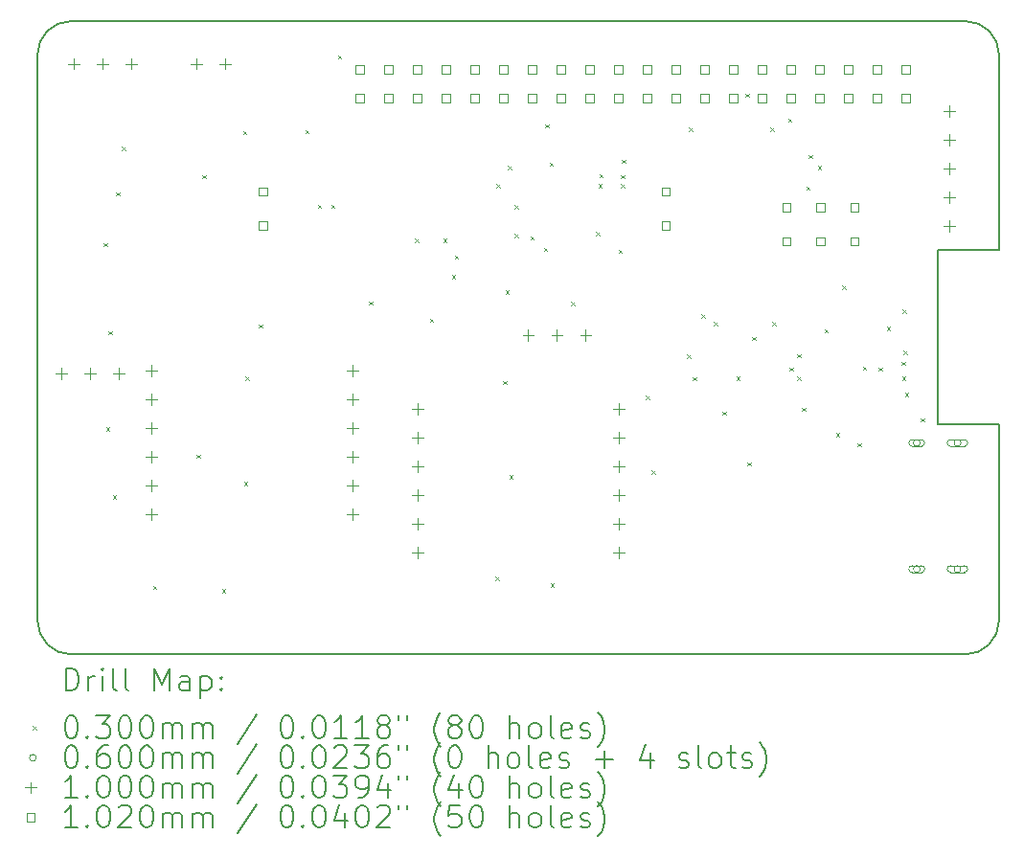
<source format=gbr>
%TF.GenerationSoftware,KiCad,Pcbnew,8.0.4*%
%TF.CreationDate,2025-01-10T13:29:33-08:00*%
%TF.ProjectId,X17_Pi_Shield,5831375f-5069-45f5-9368-69656c642e6b,rev?*%
%TF.SameCoordinates,Original*%
%TF.FileFunction,Drillmap*%
%TF.FilePolarity,Positive*%
%FSLAX45Y45*%
G04 Gerber Fmt 4.5, Leading zero omitted, Abs format (unit mm)*
G04 Created by KiCad (PCBNEW 8.0.4) date 2025-01-10 13:29:33*
%MOMM*%
%LPD*%
G01*
G04 APERTURE LIST*
%ADD10C,0.200000*%
%ADD11C,0.100000*%
%ADD12C,0.102000*%
G04 APERTURE END LIST*
D10*
X19468000Y-9842000D02*
X19468000Y-8122000D01*
X10968000Y-8122000D02*
G75*
G02*
X11268000Y-7822000I300000J0D01*
G01*
X11268000Y-13422000D02*
G75*
G02*
X10968000Y-13122000I0J300000D01*
G01*
X18928000Y-11387000D02*
X19468000Y-11387000D01*
X19468000Y-9842000D02*
X18928000Y-9842000D01*
X19168000Y-7822000D02*
G75*
G02*
X19468000Y-8122000I0J-300000D01*
G01*
X11268000Y-13422000D02*
X19168000Y-13422000D01*
X19468000Y-13122000D02*
G75*
G02*
X19168000Y-13422000I-300000J0D01*
G01*
X18928000Y-9842000D02*
X18928000Y-11387000D01*
X19468000Y-11387000D02*
X19468000Y-13122000D01*
X11268000Y-7822000D02*
X19168000Y-7822000D01*
X10968000Y-8122000D02*
X10968000Y-13122000D01*
D11*
X11555000Y-9785000D02*
X11585000Y-9815000D01*
X11585000Y-9785000D02*
X11555000Y-9815000D01*
X11575000Y-11415000D02*
X11605000Y-11445000D01*
X11605000Y-11415000D02*
X11575000Y-11445000D01*
X11595000Y-10565000D02*
X11625000Y-10595000D01*
X11625000Y-10565000D02*
X11595000Y-10595000D01*
X11635000Y-12015000D02*
X11665000Y-12045000D01*
X11665000Y-12015000D02*
X11635000Y-12045000D01*
X11665000Y-9335000D02*
X11695000Y-9365000D01*
X11695000Y-9335000D02*
X11665000Y-9365000D01*
X11715000Y-8935000D02*
X11745000Y-8965000D01*
X11745000Y-8935000D02*
X11715000Y-8965000D01*
X11990000Y-12815000D02*
X12020000Y-12845000D01*
X12020000Y-12815000D02*
X11990000Y-12845000D01*
X12375000Y-11655000D02*
X12405000Y-11685000D01*
X12405000Y-11655000D02*
X12375000Y-11685000D01*
X12425000Y-9185000D02*
X12455000Y-9215000D01*
X12455000Y-9185000D02*
X12425000Y-9215000D01*
X12600000Y-12845000D02*
X12630000Y-12875000D01*
X12630000Y-12845000D02*
X12600000Y-12875000D01*
X12785000Y-8795000D02*
X12815000Y-8825000D01*
X12815000Y-8795000D02*
X12785000Y-8825000D01*
X12795000Y-11895000D02*
X12825000Y-11925000D01*
X12825000Y-11895000D02*
X12795000Y-11925000D01*
X12805000Y-10965000D02*
X12835000Y-10995000D01*
X12835000Y-10965000D02*
X12805000Y-10995000D01*
X12925000Y-10505000D02*
X12955000Y-10535000D01*
X12955000Y-10505000D02*
X12925000Y-10535000D01*
X13335000Y-8785000D02*
X13365000Y-8815000D01*
X13365000Y-8785000D02*
X13335000Y-8815000D01*
X13445000Y-9445000D02*
X13475000Y-9475000D01*
X13475000Y-9445000D02*
X13445000Y-9475000D01*
X13565000Y-9445000D02*
X13595000Y-9475000D01*
X13595000Y-9445000D02*
X13565000Y-9475000D01*
X13625000Y-8125000D02*
X13655000Y-8155000D01*
X13655000Y-8125000D02*
X13625000Y-8155000D01*
X13901200Y-10301200D02*
X13931200Y-10331200D01*
X13931200Y-10301200D02*
X13901200Y-10331200D01*
X14305000Y-9745000D02*
X14335000Y-9775000D01*
X14335000Y-9745000D02*
X14305000Y-9775000D01*
X14435000Y-10455000D02*
X14465000Y-10485000D01*
X14465000Y-10455000D02*
X14435000Y-10485000D01*
X14555000Y-9745000D02*
X14585000Y-9775000D01*
X14585000Y-9745000D02*
X14555000Y-9775000D01*
X14632500Y-10067500D02*
X14662500Y-10097500D01*
X14662500Y-10067500D02*
X14632500Y-10097500D01*
X14655000Y-9895000D02*
X14685000Y-9925000D01*
X14685000Y-9895000D02*
X14655000Y-9925000D01*
X15015000Y-12735000D02*
X15045000Y-12765000D01*
X15045000Y-12735000D02*
X15015000Y-12765000D01*
X15025000Y-9265000D02*
X15055000Y-9295000D01*
X15055000Y-9265000D02*
X15025000Y-9295000D01*
X15085000Y-11005000D02*
X15115000Y-11035000D01*
X15115000Y-11005000D02*
X15085000Y-11035000D01*
X15105000Y-10205000D02*
X15135000Y-10235000D01*
X15135000Y-10205000D02*
X15105000Y-10235000D01*
X15125000Y-9105000D02*
X15155000Y-9135000D01*
X15155000Y-9105000D02*
X15125000Y-9135000D01*
X15137500Y-11837500D02*
X15167500Y-11867500D01*
X15167500Y-11837500D02*
X15137500Y-11867500D01*
X15185106Y-9451642D02*
X15215106Y-9481642D01*
X15215106Y-9451642D02*
X15185106Y-9481642D01*
X15185106Y-9704894D02*
X15215106Y-9734894D01*
X15215106Y-9704894D02*
X15185106Y-9734894D01*
X15325000Y-9725000D02*
X15355000Y-9755000D01*
X15355000Y-9725000D02*
X15325000Y-9755000D01*
X15445000Y-9825000D02*
X15475000Y-9855000D01*
X15475000Y-9825000D02*
X15445000Y-9855000D01*
X15455000Y-8735000D02*
X15485000Y-8765000D01*
X15485000Y-8735000D02*
X15455000Y-8765000D01*
X15495000Y-9075000D02*
X15525000Y-9105000D01*
X15525000Y-9075000D02*
X15495000Y-9105000D01*
X15505000Y-12795000D02*
X15535000Y-12825000D01*
X15535000Y-12795000D02*
X15505000Y-12825000D01*
X15685000Y-10305000D02*
X15715000Y-10335000D01*
X15715000Y-10305000D02*
X15685000Y-10335000D01*
X15905000Y-9685000D02*
X15935000Y-9715000D01*
X15935000Y-9685000D02*
X15905000Y-9715000D01*
X15925000Y-9265000D02*
X15955000Y-9295000D01*
X15955000Y-9265000D02*
X15925000Y-9295000D01*
X15935000Y-9175000D02*
X15965000Y-9205000D01*
X15965000Y-9175000D02*
X15935000Y-9205000D01*
X16105000Y-9845000D02*
X16135000Y-9875000D01*
X16135000Y-9845000D02*
X16105000Y-9875000D01*
X16125000Y-9185000D02*
X16155000Y-9215000D01*
X16155000Y-9185000D02*
X16125000Y-9215000D01*
X16125000Y-9265000D02*
X16155000Y-9295000D01*
X16155000Y-9265000D02*
X16125000Y-9295000D01*
X16135000Y-9047500D02*
X16165000Y-9077500D01*
X16165000Y-9047500D02*
X16135000Y-9077500D01*
X16345000Y-11135000D02*
X16375000Y-11165000D01*
X16375000Y-11135000D02*
X16345000Y-11165000D01*
X16395000Y-11795000D02*
X16425000Y-11825000D01*
X16425000Y-11795000D02*
X16395000Y-11825000D01*
X16710900Y-10769100D02*
X16740900Y-10799100D01*
X16740900Y-10769100D02*
X16710900Y-10799100D01*
X16725000Y-8765000D02*
X16755000Y-8795000D01*
X16755000Y-8765000D02*
X16725000Y-8795000D01*
X16760000Y-10970000D02*
X16790000Y-11000000D01*
X16790000Y-10970000D02*
X16760000Y-11000000D01*
X16835000Y-10415000D02*
X16865000Y-10445000D01*
X16865000Y-10415000D02*
X16835000Y-10445000D01*
X16945000Y-10485000D02*
X16975000Y-10515000D01*
X16975000Y-10485000D02*
X16945000Y-10515000D01*
X17025000Y-11275000D02*
X17055000Y-11305000D01*
X17055000Y-11275000D02*
X17025000Y-11305000D01*
X17145000Y-10964050D02*
X17175000Y-10994050D01*
X17175000Y-10964050D02*
X17145000Y-10994050D01*
X17225000Y-8465000D02*
X17255000Y-8495000D01*
X17255000Y-8465000D02*
X17225000Y-8495000D01*
X17245000Y-11725000D02*
X17275000Y-11755000D01*
X17275000Y-11725000D02*
X17245000Y-11755000D01*
X17285000Y-10615000D02*
X17315000Y-10645000D01*
X17315000Y-10615000D02*
X17285000Y-10645000D01*
X17445000Y-8765000D02*
X17475000Y-8795000D01*
X17475000Y-8765000D02*
X17445000Y-8795000D01*
X17465000Y-10485000D02*
X17495000Y-10515000D01*
X17495000Y-10485000D02*
X17465000Y-10515000D01*
X17605000Y-8685000D02*
X17635000Y-8715000D01*
X17635000Y-8685000D02*
X17605000Y-8715000D01*
X17615000Y-10885000D02*
X17645000Y-10915000D01*
X17645000Y-10885000D02*
X17615000Y-10915000D01*
X17685000Y-10765000D02*
X17715000Y-10795000D01*
X17715000Y-10765000D02*
X17685000Y-10795000D01*
X17685000Y-10965000D02*
X17715000Y-10995000D01*
X17715000Y-10965000D02*
X17685000Y-10995000D01*
X17725000Y-11242100D02*
X17755000Y-11272100D01*
X17755000Y-11242100D02*
X17725000Y-11272100D01*
X17765000Y-9285000D02*
X17795000Y-9315000D01*
X17795000Y-9285000D02*
X17765000Y-9315000D01*
X17785000Y-9005000D02*
X17815000Y-9035000D01*
X17815000Y-9005000D02*
X17785000Y-9035000D01*
X17865000Y-9105000D02*
X17895000Y-9135000D01*
X17895000Y-9105000D02*
X17865000Y-9135000D01*
X17925000Y-10545000D02*
X17955000Y-10575000D01*
X17955000Y-10545000D02*
X17925000Y-10575000D01*
X18025000Y-11465000D02*
X18055000Y-11495000D01*
X18055000Y-11465000D02*
X18025000Y-11495000D01*
X18080000Y-10160000D02*
X18110000Y-10190000D01*
X18110000Y-10160000D02*
X18080000Y-10190000D01*
X18215000Y-11555000D02*
X18245000Y-11585000D01*
X18245000Y-11555000D02*
X18215000Y-11585000D01*
X18265000Y-10875000D02*
X18295000Y-10905000D01*
X18295000Y-10875000D02*
X18265000Y-10905000D01*
X18405000Y-10885000D02*
X18435000Y-10915000D01*
X18435000Y-10885000D02*
X18405000Y-10915000D01*
X18475000Y-10525000D02*
X18505000Y-10555000D01*
X18505000Y-10525000D02*
X18475000Y-10555000D01*
X18605000Y-10835000D02*
X18635000Y-10865000D01*
X18635000Y-10835000D02*
X18605000Y-10865000D01*
X18611047Y-10965000D02*
X18641047Y-10995000D01*
X18641047Y-10965000D02*
X18611047Y-10995000D01*
X18615000Y-10375000D02*
X18645000Y-10405000D01*
X18645000Y-10375000D02*
X18615000Y-10405000D01*
X18625000Y-10735000D02*
X18655000Y-10765000D01*
X18655000Y-10735000D02*
X18625000Y-10765000D01*
X18635000Y-11110200D02*
X18665000Y-11140200D01*
X18665000Y-11110200D02*
X18635000Y-11140200D01*
X18775000Y-11335000D02*
X18805000Y-11365000D01*
X18805000Y-11335000D02*
X18775000Y-11365000D01*
X18770000Y-11552500D02*
G75*
G02*
X18710000Y-11552500I-30000J0D01*
G01*
X18710000Y-11552500D02*
G75*
G02*
X18770000Y-11552500I30000J0D01*
G01*
X18700000Y-11582500D02*
X18780000Y-11582500D01*
X18780000Y-11522500D02*
G75*
G02*
X18780000Y-11582500I0J-30000D01*
G01*
X18780000Y-11522500D02*
X18700000Y-11522500D01*
X18700000Y-11522500D02*
G75*
G03*
X18700000Y-11582500I0J-30000D01*
G01*
X18770000Y-12667500D02*
G75*
G02*
X18710000Y-12667500I-30000J0D01*
G01*
X18710000Y-12667500D02*
G75*
G02*
X18770000Y-12667500I30000J0D01*
G01*
X18700000Y-12697500D02*
X18780000Y-12697500D01*
X18780000Y-12637500D02*
G75*
G02*
X18780000Y-12697500I0J-30000D01*
G01*
X18780000Y-12637500D02*
X18700000Y-12637500D01*
X18700000Y-12637500D02*
G75*
G03*
X18700000Y-12697500I0J-30000D01*
G01*
X19130000Y-11552500D02*
G75*
G02*
X19070000Y-11552500I-30000J0D01*
G01*
X19070000Y-11552500D02*
G75*
G02*
X19130000Y-11552500I30000J0D01*
G01*
X19040000Y-11582500D02*
X19160000Y-11582500D01*
X19160000Y-11522500D02*
G75*
G02*
X19160000Y-11582500I0J-30000D01*
G01*
X19160000Y-11522500D02*
X19040000Y-11522500D01*
X19040000Y-11522500D02*
G75*
G03*
X19040000Y-11582500I0J-30000D01*
G01*
X19130000Y-12667500D02*
G75*
G02*
X19070000Y-12667500I-30000J0D01*
G01*
X19070000Y-12667500D02*
G75*
G02*
X19130000Y-12667500I30000J0D01*
G01*
X19040000Y-12697500D02*
X19160000Y-12697500D01*
X19160000Y-12637500D02*
G75*
G02*
X19160000Y-12697500I0J-30000D01*
G01*
X19160000Y-12637500D02*
X19040000Y-12637500D01*
X19040000Y-12637500D02*
G75*
G03*
X19040000Y-12697500I0J-30000D01*
G01*
X11182000Y-10890000D02*
X11182000Y-10990000D01*
X11132000Y-10940000D02*
X11232000Y-10940000D01*
X11292000Y-8150000D02*
X11292000Y-8250000D01*
X11242000Y-8200000D02*
X11342000Y-8200000D01*
X11436000Y-10890000D02*
X11436000Y-10990000D01*
X11386000Y-10940000D02*
X11486000Y-10940000D01*
X11546000Y-8150000D02*
X11546000Y-8250000D01*
X11496000Y-8200000D02*
X11596000Y-8200000D01*
X11690000Y-10890000D02*
X11690000Y-10990000D01*
X11640000Y-10940000D02*
X11740000Y-10940000D01*
X11800000Y-8150000D02*
X11800000Y-8250000D01*
X11750000Y-8200000D02*
X11850000Y-8200000D01*
X11972000Y-10860000D02*
X11972000Y-10960000D01*
X11922000Y-10910000D02*
X12022000Y-10910000D01*
X11972000Y-11114000D02*
X11972000Y-11214000D01*
X11922000Y-11164000D02*
X12022000Y-11164000D01*
X11972000Y-11368000D02*
X11972000Y-11468000D01*
X11922000Y-11418000D02*
X12022000Y-11418000D01*
X11972000Y-11622000D02*
X11972000Y-11722000D01*
X11922000Y-11672000D02*
X12022000Y-11672000D01*
X11972000Y-11876000D02*
X11972000Y-11976000D01*
X11922000Y-11926000D02*
X12022000Y-11926000D01*
X11972000Y-12130000D02*
X11972000Y-12230000D01*
X11922000Y-12180000D02*
X12022000Y-12180000D01*
X12372500Y-8150000D02*
X12372500Y-8250000D01*
X12322500Y-8200000D02*
X12422500Y-8200000D01*
X12626500Y-8150000D02*
X12626500Y-8250000D01*
X12576500Y-8200000D02*
X12676500Y-8200000D01*
X13750000Y-10860000D02*
X13750000Y-10960000D01*
X13700000Y-10910000D02*
X13800000Y-10910000D01*
X13750000Y-11114000D02*
X13750000Y-11214000D01*
X13700000Y-11164000D02*
X13800000Y-11164000D01*
X13750000Y-11368000D02*
X13750000Y-11468000D01*
X13700000Y-11418000D02*
X13800000Y-11418000D01*
X13750000Y-11622000D02*
X13750000Y-11722000D01*
X13700000Y-11672000D02*
X13800000Y-11672000D01*
X13750000Y-11876000D02*
X13750000Y-11976000D01*
X13700000Y-11926000D02*
X13800000Y-11926000D01*
X13750000Y-12130000D02*
X13750000Y-12230000D01*
X13700000Y-12180000D02*
X13800000Y-12180000D01*
X14332000Y-11200000D02*
X14332000Y-11300000D01*
X14282000Y-11250000D02*
X14382000Y-11250000D01*
X14332000Y-11454000D02*
X14332000Y-11554000D01*
X14282000Y-11504000D02*
X14382000Y-11504000D01*
X14332000Y-11708000D02*
X14332000Y-11808000D01*
X14282000Y-11758000D02*
X14382000Y-11758000D01*
X14332000Y-11962000D02*
X14332000Y-12062000D01*
X14282000Y-12012000D02*
X14382000Y-12012000D01*
X14332000Y-12216000D02*
X14332000Y-12316000D01*
X14282000Y-12266000D02*
X14382000Y-12266000D01*
X14332000Y-12470000D02*
X14332000Y-12570000D01*
X14282000Y-12520000D02*
X14382000Y-12520000D01*
X15306000Y-10550000D02*
X15306000Y-10650000D01*
X15256000Y-10600000D02*
X15356000Y-10600000D01*
X15560000Y-10550000D02*
X15560000Y-10650000D01*
X15510000Y-10600000D02*
X15610000Y-10600000D01*
X15814000Y-10550000D02*
X15814000Y-10650000D01*
X15764000Y-10600000D02*
X15864000Y-10600000D01*
X16110000Y-11200000D02*
X16110000Y-11300000D01*
X16060000Y-11250000D02*
X16160000Y-11250000D01*
X16110000Y-11454000D02*
X16110000Y-11554000D01*
X16060000Y-11504000D02*
X16160000Y-11504000D01*
X16110000Y-11708000D02*
X16110000Y-11808000D01*
X16060000Y-11758000D02*
X16160000Y-11758000D01*
X16110000Y-11962000D02*
X16110000Y-12062000D01*
X16060000Y-12012000D02*
X16160000Y-12012000D01*
X16110000Y-12216000D02*
X16110000Y-12316000D01*
X16060000Y-12266000D02*
X16160000Y-12266000D01*
X16110000Y-12470000D02*
X16110000Y-12570000D01*
X16060000Y-12520000D02*
X16160000Y-12520000D01*
X19030000Y-8566000D02*
X19030000Y-8666000D01*
X18980000Y-8616000D02*
X19080000Y-8616000D01*
X19030000Y-8820000D02*
X19030000Y-8920000D01*
X18980000Y-8870000D02*
X19080000Y-8870000D01*
X19030000Y-9074000D02*
X19030000Y-9174000D01*
X18980000Y-9124000D02*
X19080000Y-9124000D01*
X19030000Y-9328000D02*
X19030000Y-9428000D01*
X18980000Y-9378000D02*
X19080000Y-9378000D01*
X19030000Y-9582000D02*
X19030000Y-9682000D01*
X18980000Y-9632000D02*
X19080000Y-9632000D01*
D12*
X12996063Y-9366063D02*
X12996063Y-9293937D01*
X12923937Y-9293937D01*
X12923937Y-9366063D01*
X12996063Y-9366063D01*
X12996063Y-9666063D02*
X12996063Y-9593937D01*
X12923937Y-9593937D01*
X12923937Y-9666063D01*
X12996063Y-9666063D01*
X13853063Y-8286063D02*
X13853063Y-8213937D01*
X13780937Y-8213937D01*
X13780937Y-8286063D01*
X13853063Y-8286063D01*
X13853063Y-8540063D02*
X13853063Y-8467937D01*
X13780937Y-8467937D01*
X13780937Y-8540063D01*
X13853063Y-8540063D01*
X14107063Y-8286063D02*
X14107063Y-8213937D01*
X14034937Y-8213937D01*
X14034937Y-8286063D01*
X14107063Y-8286063D01*
X14107063Y-8540063D02*
X14107063Y-8467937D01*
X14034937Y-8467937D01*
X14034937Y-8540063D01*
X14107063Y-8540063D01*
X14361063Y-8286063D02*
X14361063Y-8213937D01*
X14288937Y-8213937D01*
X14288937Y-8286063D01*
X14361063Y-8286063D01*
X14361063Y-8540063D02*
X14361063Y-8467937D01*
X14288937Y-8467937D01*
X14288937Y-8540063D01*
X14361063Y-8540063D01*
X14615063Y-8286063D02*
X14615063Y-8213937D01*
X14542937Y-8213937D01*
X14542937Y-8286063D01*
X14615063Y-8286063D01*
X14615063Y-8540063D02*
X14615063Y-8467937D01*
X14542937Y-8467937D01*
X14542937Y-8540063D01*
X14615063Y-8540063D01*
X14869063Y-8286063D02*
X14869063Y-8213937D01*
X14796937Y-8213937D01*
X14796937Y-8286063D01*
X14869063Y-8286063D01*
X14869063Y-8540063D02*
X14869063Y-8467937D01*
X14796937Y-8467937D01*
X14796937Y-8540063D01*
X14869063Y-8540063D01*
X15123063Y-8286063D02*
X15123063Y-8213937D01*
X15050937Y-8213937D01*
X15050937Y-8286063D01*
X15123063Y-8286063D01*
X15123063Y-8540063D02*
X15123063Y-8467937D01*
X15050937Y-8467937D01*
X15050937Y-8540063D01*
X15123063Y-8540063D01*
X15377063Y-8286063D02*
X15377063Y-8213937D01*
X15304937Y-8213937D01*
X15304937Y-8286063D01*
X15377063Y-8286063D01*
X15377063Y-8540063D02*
X15377063Y-8467937D01*
X15304937Y-8467937D01*
X15304937Y-8540063D01*
X15377063Y-8540063D01*
X15631063Y-8286063D02*
X15631063Y-8213937D01*
X15558937Y-8213937D01*
X15558937Y-8286063D01*
X15631063Y-8286063D01*
X15631063Y-8540063D02*
X15631063Y-8467937D01*
X15558937Y-8467937D01*
X15558937Y-8540063D01*
X15631063Y-8540063D01*
X15885063Y-8286063D02*
X15885063Y-8213937D01*
X15812937Y-8213937D01*
X15812937Y-8286063D01*
X15885063Y-8286063D01*
X15885063Y-8540063D02*
X15885063Y-8467937D01*
X15812937Y-8467937D01*
X15812937Y-8540063D01*
X15885063Y-8540063D01*
X16139063Y-8286063D02*
X16139063Y-8213937D01*
X16066937Y-8213937D01*
X16066937Y-8286063D01*
X16139063Y-8286063D01*
X16139063Y-8540063D02*
X16139063Y-8467937D01*
X16066937Y-8467937D01*
X16066937Y-8540063D01*
X16139063Y-8540063D01*
X16393063Y-8286063D02*
X16393063Y-8213937D01*
X16320937Y-8213937D01*
X16320937Y-8286063D01*
X16393063Y-8286063D01*
X16393063Y-8540063D02*
X16393063Y-8467937D01*
X16320937Y-8467937D01*
X16320937Y-8540063D01*
X16393063Y-8540063D01*
X16556063Y-9366063D02*
X16556063Y-9293937D01*
X16483937Y-9293937D01*
X16483937Y-9366063D01*
X16556063Y-9366063D01*
X16556063Y-9666063D02*
X16556063Y-9593937D01*
X16483937Y-9593937D01*
X16483937Y-9666063D01*
X16556063Y-9666063D01*
X16647063Y-8286063D02*
X16647063Y-8213937D01*
X16574937Y-8213937D01*
X16574937Y-8286063D01*
X16647063Y-8286063D01*
X16647063Y-8540063D02*
X16647063Y-8467937D01*
X16574937Y-8467937D01*
X16574937Y-8540063D01*
X16647063Y-8540063D01*
X16901063Y-8286063D02*
X16901063Y-8213937D01*
X16828937Y-8213937D01*
X16828937Y-8286063D01*
X16901063Y-8286063D01*
X16901063Y-8540063D02*
X16901063Y-8467937D01*
X16828937Y-8467937D01*
X16828937Y-8540063D01*
X16901063Y-8540063D01*
X17155063Y-8286063D02*
X17155063Y-8213937D01*
X17082937Y-8213937D01*
X17082937Y-8286063D01*
X17155063Y-8286063D01*
X17155063Y-8540063D02*
X17155063Y-8467937D01*
X17082937Y-8467937D01*
X17082937Y-8540063D01*
X17155063Y-8540063D01*
X17409063Y-8286063D02*
X17409063Y-8213937D01*
X17336937Y-8213937D01*
X17336937Y-8286063D01*
X17409063Y-8286063D01*
X17409063Y-8540063D02*
X17409063Y-8467937D01*
X17336937Y-8467937D01*
X17336937Y-8540063D01*
X17409063Y-8540063D01*
X17626063Y-9506063D02*
X17626063Y-9433937D01*
X17553937Y-9433937D01*
X17553937Y-9506063D01*
X17626063Y-9506063D01*
X17626063Y-9806063D02*
X17626063Y-9733937D01*
X17553937Y-9733937D01*
X17553937Y-9806063D01*
X17626063Y-9806063D01*
X17663063Y-8286063D02*
X17663063Y-8213937D01*
X17590937Y-8213937D01*
X17590937Y-8286063D01*
X17663063Y-8286063D01*
X17663063Y-8540063D02*
X17663063Y-8467937D01*
X17590937Y-8467937D01*
X17590937Y-8540063D01*
X17663063Y-8540063D01*
X17917063Y-8286063D02*
X17917063Y-8213937D01*
X17844937Y-8213937D01*
X17844937Y-8286063D01*
X17917063Y-8286063D01*
X17917063Y-8540063D02*
X17917063Y-8467937D01*
X17844937Y-8467937D01*
X17844937Y-8540063D01*
X17917063Y-8540063D01*
X17926063Y-9506063D02*
X17926063Y-9433937D01*
X17853937Y-9433937D01*
X17853937Y-9506063D01*
X17926063Y-9506063D01*
X17926063Y-9806063D02*
X17926063Y-9733937D01*
X17853937Y-9733937D01*
X17853937Y-9806063D01*
X17926063Y-9806063D01*
X18171063Y-8286063D02*
X18171063Y-8213937D01*
X18098937Y-8213937D01*
X18098937Y-8286063D01*
X18171063Y-8286063D01*
X18171063Y-8540063D02*
X18171063Y-8467937D01*
X18098937Y-8467937D01*
X18098937Y-8540063D01*
X18171063Y-8540063D01*
X18226063Y-9506063D02*
X18226063Y-9433937D01*
X18153937Y-9433937D01*
X18153937Y-9506063D01*
X18226063Y-9506063D01*
X18226063Y-9806063D02*
X18226063Y-9733937D01*
X18153937Y-9733937D01*
X18153937Y-9806063D01*
X18226063Y-9806063D01*
X18425063Y-8286063D02*
X18425063Y-8213937D01*
X18352937Y-8213937D01*
X18352937Y-8286063D01*
X18425063Y-8286063D01*
X18425063Y-8540063D02*
X18425063Y-8467937D01*
X18352937Y-8467937D01*
X18352937Y-8540063D01*
X18425063Y-8540063D01*
X18679063Y-8286063D02*
X18679063Y-8213937D01*
X18606937Y-8213937D01*
X18606937Y-8286063D01*
X18679063Y-8286063D01*
X18679063Y-8540063D02*
X18679063Y-8467937D01*
X18606937Y-8467937D01*
X18606937Y-8540063D01*
X18679063Y-8540063D01*
D10*
X11218777Y-13743484D02*
X11218777Y-13543484D01*
X11218777Y-13543484D02*
X11266396Y-13543484D01*
X11266396Y-13543484D02*
X11294967Y-13553008D01*
X11294967Y-13553008D02*
X11314015Y-13572055D01*
X11314015Y-13572055D02*
X11323539Y-13591103D01*
X11323539Y-13591103D02*
X11333062Y-13629198D01*
X11333062Y-13629198D02*
X11333062Y-13657769D01*
X11333062Y-13657769D02*
X11323539Y-13695865D01*
X11323539Y-13695865D02*
X11314015Y-13714912D01*
X11314015Y-13714912D02*
X11294967Y-13733960D01*
X11294967Y-13733960D02*
X11266396Y-13743484D01*
X11266396Y-13743484D02*
X11218777Y-13743484D01*
X11418777Y-13743484D02*
X11418777Y-13610150D01*
X11418777Y-13648246D02*
X11428301Y-13629198D01*
X11428301Y-13629198D02*
X11437824Y-13619674D01*
X11437824Y-13619674D02*
X11456872Y-13610150D01*
X11456872Y-13610150D02*
X11475920Y-13610150D01*
X11542586Y-13743484D02*
X11542586Y-13610150D01*
X11542586Y-13543484D02*
X11533062Y-13553008D01*
X11533062Y-13553008D02*
X11542586Y-13562531D01*
X11542586Y-13562531D02*
X11552110Y-13553008D01*
X11552110Y-13553008D02*
X11542586Y-13543484D01*
X11542586Y-13543484D02*
X11542586Y-13562531D01*
X11666396Y-13743484D02*
X11647348Y-13733960D01*
X11647348Y-13733960D02*
X11637824Y-13714912D01*
X11637824Y-13714912D02*
X11637824Y-13543484D01*
X11771158Y-13743484D02*
X11752110Y-13733960D01*
X11752110Y-13733960D02*
X11742586Y-13714912D01*
X11742586Y-13714912D02*
X11742586Y-13543484D01*
X11999729Y-13743484D02*
X11999729Y-13543484D01*
X11999729Y-13543484D02*
X12066396Y-13686341D01*
X12066396Y-13686341D02*
X12133062Y-13543484D01*
X12133062Y-13543484D02*
X12133062Y-13743484D01*
X12314015Y-13743484D02*
X12314015Y-13638722D01*
X12314015Y-13638722D02*
X12304491Y-13619674D01*
X12304491Y-13619674D02*
X12285443Y-13610150D01*
X12285443Y-13610150D02*
X12247348Y-13610150D01*
X12247348Y-13610150D02*
X12228301Y-13619674D01*
X12314015Y-13733960D02*
X12294967Y-13743484D01*
X12294967Y-13743484D02*
X12247348Y-13743484D01*
X12247348Y-13743484D02*
X12228301Y-13733960D01*
X12228301Y-13733960D02*
X12218777Y-13714912D01*
X12218777Y-13714912D02*
X12218777Y-13695865D01*
X12218777Y-13695865D02*
X12228301Y-13676817D01*
X12228301Y-13676817D02*
X12247348Y-13667293D01*
X12247348Y-13667293D02*
X12294967Y-13667293D01*
X12294967Y-13667293D02*
X12314015Y-13657769D01*
X12409253Y-13610150D02*
X12409253Y-13810150D01*
X12409253Y-13619674D02*
X12428301Y-13610150D01*
X12428301Y-13610150D02*
X12466396Y-13610150D01*
X12466396Y-13610150D02*
X12485443Y-13619674D01*
X12485443Y-13619674D02*
X12494967Y-13629198D01*
X12494967Y-13629198D02*
X12504491Y-13648246D01*
X12504491Y-13648246D02*
X12504491Y-13705388D01*
X12504491Y-13705388D02*
X12494967Y-13724436D01*
X12494967Y-13724436D02*
X12485443Y-13733960D01*
X12485443Y-13733960D02*
X12466396Y-13743484D01*
X12466396Y-13743484D02*
X12428301Y-13743484D01*
X12428301Y-13743484D02*
X12409253Y-13733960D01*
X12590205Y-13724436D02*
X12599729Y-13733960D01*
X12599729Y-13733960D02*
X12590205Y-13743484D01*
X12590205Y-13743484D02*
X12580682Y-13733960D01*
X12580682Y-13733960D02*
X12590205Y-13724436D01*
X12590205Y-13724436D02*
X12590205Y-13743484D01*
X12590205Y-13619674D02*
X12599729Y-13629198D01*
X12599729Y-13629198D02*
X12590205Y-13638722D01*
X12590205Y-13638722D02*
X12580682Y-13629198D01*
X12580682Y-13629198D02*
X12590205Y-13619674D01*
X12590205Y-13619674D02*
X12590205Y-13638722D01*
D11*
X10928000Y-14057000D02*
X10958000Y-14087000D01*
X10958000Y-14057000D02*
X10928000Y-14087000D01*
D10*
X11256872Y-13963484D02*
X11275920Y-13963484D01*
X11275920Y-13963484D02*
X11294967Y-13973008D01*
X11294967Y-13973008D02*
X11304491Y-13982531D01*
X11304491Y-13982531D02*
X11314015Y-14001579D01*
X11314015Y-14001579D02*
X11323539Y-14039674D01*
X11323539Y-14039674D02*
X11323539Y-14087293D01*
X11323539Y-14087293D02*
X11314015Y-14125388D01*
X11314015Y-14125388D02*
X11304491Y-14144436D01*
X11304491Y-14144436D02*
X11294967Y-14153960D01*
X11294967Y-14153960D02*
X11275920Y-14163484D01*
X11275920Y-14163484D02*
X11256872Y-14163484D01*
X11256872Y-14163484D02*
X11237824Y-14153960D01*
X11237824Y-14153960D02*
X11228301Y-14144436D01*
X11228301Y-14144436D02*
X11218777Y-14125388D01*
X11218777Y-14125388D02*
X11209253Y-14087293D01*
X11209253Y-14087293D02*
X11209253Y-14039674D01*
X11209253Y-14039674D02*
X11218777Y-14001579D01*
X11218777Y-14001579D02*
X11228301Y-13982531D01*
X11228301Y-13982531D02*
X11237824Y-13973008D01*
X11237824Y-13973008D02*
X11256872Y-13963484D01*
X11409253Y-14144436D02*
X11418777Y-14153960D01*
X11418777Y-14153960D02*
X11409253Y-14163484D01*
X11409253Y-14163484D02*
X11399729Y-14153960D01*
X11399729Y-14153960D02*
X11409253Y-14144436D01*
X11409253Y-14144436D02*
X11409253Y-14163484D01*
X11485443Y-13963484D02*
X11609253Y-13963484D01*
X11609253Y-13963484D02*
X11542586Y-14039674D01*
X11542586Y-14039674D02*
X11571158Y-14039674D01*
X11571158Y-14039674D02*
X11590205Y-14049198D01*
X11590205Y-14049198D02*
X11599729Y-14058722D01*
X11599729Y-14058722D02*
X11609253Y-14077769D01*
X11609253Y-14077769D02*
X11609253Y-14125388D01*
X11609253Y-14125388D02*
X11599729Y-14144436D01*
X11599729Y-14144436D02*
X11590205Y-14153960D01*
X11590205Y-14153960D02*
X11571158Y-14163484D01*
X11571158Y-14163484D02*
X11514015Y-14163484D01*
X11514015Y-14163484D02*
X11494967Y-14153960D01*
X11494967Y-14153960D02*
X11485443Y-14144436D01*
X11733062Y-13963484D02*
X11752110Y-13963484D01*
X11752110Y-13963484D02*
X11771158Y-13973008D01*
X11771158Y-13973008D02*
X11780682Y-13982531D01*
X11780682Y-13982531D02*
X11790205Y-14001579D01*
X11790205Y-14001579D02*
X11799729Y-14039674D01*
X11799729Y-14039674D02*
X11799729Y-14087293D01*
X11799729Y-14087293D02*
X11790205Y-14125388D01*
X11790205Y-14125388D02*
X11780682Y-14144436D01*
X11780682Y-14144436D02*
X11771158Y-14153960D01*
X11771158Y-14153960D02*
X11752110Y-14163484D01*
X11752110Y-14163484D02*
X11733062Y-14163484D01*
X11733062Y-14163484D02*
X11714015Y-14153960D01*
X11714015Y-14153960D02*
X11704491Y-14144436D01*
X11704491Y-14144436D02*
X11694967Y-14125388D01*
X11694967Y-14125388D02*
X11685443Y-14087293D01*
X11685443Y-14087293D02*
X11685443Y-14039674D01*
X11685443Y-14039674D02*
X11694967Y-14001579D01*
X11694967Y-14001579D02*
X11704491Y-13982531D01*
X11704491Y-13982531D02*
X11714015Y-13973008D01*
X11714015Y-13973008D02*
X11733062Y-13963484D01*
X11923539Y-13963484D02*
X11942586Y-13963484D01*
X11942586Y-13963484D02*
X11961634Y-13973008D01*
X11961634Y-13973008D02*
X11971158Y-13982531D01*
X11971158Y-13982531D02*
X11980682Y-14001579D01*
X11980682Y-14001579D02*
X11990205Y-14039674D01*
X11990205Y-14039674D02*
X11990205Y-14087293D01*
X11990205Y-14087293D02*
X11980682Y-14125388D01*
X11980682Y-14125388D02*
X11971158Y-14144436D01*
X11971158Y-14144436D02*
X11961634Y-14153960D01*
X11961634Y-14153960D02*
X11942586Y-14163484D01*
X11942586Y-14163484D02*
X11923539Y-14163484D01*
X11923539Y-14163484D02*
X11904491Y-14153960D01*
X11904491Y-14153960D02*
X11894967Y-14144436D01*
X11894967Y-14144436D02*
X11885443Y-14125388D01*
X11885443Y-14125388D02*
X11875920Y-14087293D01*
X11875920Y-14087293D02*
X11875920Y-14039674D01*
X11875920Y-14039674D02*
X11885443Y-14001579D01*
X11885443Y-14001579D02*
X11894967Y-13982531D01*
X11894967Y-13982531D02*
X11904491Y-13973008D01*
X11904491Y-13973008D02*
X11923539Y-13963484D01*
X12075920Y-14163484D02*
X12075920Y-14030150D01*
X12075920Y-14049198D02*
X12085443Y-14039674D01*
X12085443Y-14039674D02*
X12104491Y-14030150D01*
X12104491Y-14030150D02*
X12133063Y-14030150D01*
X12133063Y-14030150D02*
X12152110Y-14039674D01*
X12152110Y-14039674D02*
X12161634Y-14058722D01*
X12161634Y-14058722D02*
X12161634Y-14163484D01*
X12161634Y-14058722D02*
X12171158Y-14039674D01*
X12171158Y-14039674D02*
X12190205Y-14030150D01*
X12190205Y-14030150D02*
X12218777Y-14030150D01*
X12218777Y-14030150D02*
X12237824Y-14039674D01*
X12237824Y-14039674D02*
X12247348Y-14058722D01*
X12247348Y-14058722D02*
X12247348Y-14163484D01*
X12342586Y-14163484D02*
X12342586Y-14030150D01*
X12342586Y-14049198D02*
X12352110Y-14039674D01*
X12352110Y-14039674D02*
X12371158Y-14030150D01*
X12371158Y-14030150D02*
X12399729Y-14030150D01*
X12399729Y-14030150D02*
X12418777Y-14039674D01*
X12418777Y-14039674D02*
X12428301Y-14058722D01*
X12428301Y-14058722D02*
X12428301Y-14163484D01*
X12428301Y-14058722D02*
X12437824Y-14039674D01*
X12437824Y-14039674D02*
X12456872Y-14030150D01*
X12456872Y-14030150D02*
X12485443Y-14030150D01*
X12485443Y-14030150D02*
X12504491Y-14039674D01*
X12504491Y-14039674D02*
X12514015Y-14058722D01*
X12514015Y-14058722D02*
X12514015Y-14163484D01*
X12904491Y-13953960D02*
X12733063Y-14211103D01*
X13161634Y-13963484D02*
X13180682Y-13963484D01*
X13180682Y-13963484D02*
X13199729Y-13973008D01*
X13199729Y-13973008D02*
X13209253Y-13982531D01*
X13209253Y-13982531D02*
X13218777Y-14001579D01*
X13218777Y-14001579D02*
X13228301Y-14039674D01*
X13228301Y-14039674D02*
X13228301Y-14087293D01*
X13228301Y-14087293D02*
X13218777Y-14125388D01*
X13218777Y-14125388D02*
X13209253Y-14144436D01*
X13209253Y-14144436D02*
X13199729Y-14153960D01*
X13199729Y-14153960D02*
X13180682Y-14163484D01*
X13180682Y-14163484D02*
X13161634Y-14163484D01*
X13161634Y-14163484D02*
X13142586Y-14153960D01*
X13142586Y-14153960D02*
X13133063Y-14144436D01*
X13133063Y-14144436D02*
X13123539Y-14125388D01*
X13123539Y-14125388D02*
X13114015Y-14087293D01*
X13114015Y-14087293D02*
X13114015Y-14039674D01*
X13114015Y-14039674D02*
X13123539Y-14001579D01*
X13123539Y-14001579D02*
X13133063Y-13982531D01*
X13133063Y-13982531D02*
X13142586Y-13973008D01*
X13142586Y-13973008D02*
X13161634Y-13963484D01*
X13314015Y-14144436D02*
X13323539Y-14153960D01*
X13323539Y-14153960D02*
X13314015Y-14163484D01*
X13314015Y-14163484D02*
X13304491Y-14153960D01*
X13304491Y-14153960D02*
X13314015Y-14144436D01*
X13314015Y-14144436D02*
X13314015Y-14163484D01*
X13447348Y-13963484D02*
X13466396Y-13963484D01*
X13466396Y-13963484D02*
X13485444Y-13973008D01*
X13485444Y-13973008D02*
X13494967Y-13982531D01*
X13494967Y-13982531D02*
X13504491Y-14001579D01*
X13504491Y-14001579D02*
X13514015Y-14039674D01*
X13514015Y-14039674D02*
X13514015Y-14087293D01*
X13514015Y-14087293D02*
X13504491Y-14125388D01*
X13504491Y-14125388D02*
X13494967Y-14144436D01*
X13494967Y-14144436D02*
X13485444Y-14153960D01*
X13485444Y-14153960D02*
X13466396Y-14163484D01*
X13466396Y-14163484D02*
X13447348Y-14163484D01*
X13447348Y-14163484D02*
X13428301Y-14153960D01*
X13428301Y-14153960D02*
X13418777Y-14144436D01*
X13418777Y-14144436D02*
X13409253Y-14125388D01*
X13409253Y-14125388D02*
X13399729Y-14087293D01*
X13399729Y-14087293D02*
X13399729Y-14039674D01*
X13399729Y-14039674D02*
X13409253Y-14001579D01*
X13409253Y-14001579D02*
X13418777Y-13982531D01*
X13418777Y-13982531D02*
X13428301Y-13973008D01*
X13428301Y-13973008D02*
X13447348Y-13963484D01*
X13704491Y-14163484D02*
X13590206Y-14163484D01*
X13647348Y-14163484D02*
X13647348Y-13963484D01*
X13647348Y-13963484D02*
X13628301Y-13992055D01*
X13628301Y-13992055D02*
X13609253Y-14011103D01*
X13609253Y-14011103D02*
X13590206Y-14020627D01*
X13894967Y-14163484D02*
X13780682Y-14163484D01*
X13837825Y-14163484D02*
X13837825Y-13963484D01*
X13837825Y-13963484D02*
X13818777Y-13992055D01*
X13818777Y-13992055D02*
X13799729Y-14011103D01*
X13799729Y-14011103D02*
X13780682Y-14020627D01*
X14009253Y-14049198D02*
X13990206Y-14039674D01*
X13990206Y-14039674D02*
X13980682Y-14030150D01*
X13980682Y-14030150D02*
X13971158Y-14011103D01*
X13971158Y-14011103D02*
X13971158Y-14001579D01*
X13971158Y-14001579D02*
X13980682Y-13982531D01*
X13980682Y-13982531D02*
X13990206Y-13973008D01*
X13990206Y-13973008D02*
X14009253Y-13963484D01*
X14009253Y-13963484D02*
X14047348Y-13963484D01*
X14047348Y-13963484D02*
X14066396Y-13973008D01*
X14066396Y-13973008D02*
X14075920Y-13982531D01*
X14075920Y-13982531D02*
X14085444Y-14001579D01*
X14085444Y-14001579D02*
X14085444Y-14011103D01*
X14085444Y-14011103D02*
X14075920Y-14030150D01*
X14075920Y-14030150D02*
X14066396Y-14039674D01*
X14066396Y-14039674D02*
X14047348Y-14049198D01*
X14047348Y-14049198D02*
X14009253Y-14049198D01*
X14009253Y-14049198D02*
X13990206Y-14058722D01*
X13990206Y-14058722D02*
X13980682Y-14068246D01*
X13980682Y-14068246D02*
X13971158Y-14087293D01*
X13971158Y-14087293D02*
X13971158Y-14125388D01*
X13971158Y-14125388D02*
X13980682Y-14144436D01*
X13980682Y-14144436D02*
X13990206Y-14153960D01*
X13990206Y-14153960D02*
X14009253Y-14163484D01*
X14009253Y-14163484D02*
X14047348Y-14163484D01*
X14047348Y-14163484D02*
X14066396Y-14153960D01*
X14066396Y-14153960D02*
X14075920Y-14144436D01*
X14075920Y-14144436D02*
X14085444Y-14125388D01*
X14085444Y-14125388D02*
X14085444Y-14087293D01*
X14085444Y-14087293D02*
X14075920Y-14068246D01*
X14075920Y-14068246D02*
X14066396Y-14058722D01*
X14066396Y-14058722D02*
X14047348Y-14049198D01*
X14161634Y-13963484D02*
X14161634Y-14001579D01*
X14237825Y-13963484D02*
X14237825Y-14001579D01*
X14533063Y-14239674D02*
X14523539Y-14230150D01*
X14523539Y-14230150D02*
X14504491Y-14201579D01*
X14504491Y-14201579D02*
X14494968Y-14182531D01*
X14494968Y-14182531D02*
X14485444Y-14153960D01*
X14485444Y-14153960D02*
X14475920Y-14106341D01*
X14475920Y-14106341D02*
X14475920Y-14068246D01*
X14475920Y-14068246D02*
X14485444Y-14020627D01*
X14485444Y-14020627D02*
X14494968Y-13992055D01*
X14494968Y-13992055D02*
X14504491Y-13973008D01*
X14504491Y-13973008D02*
X14523539Y-13944436D01*
X14523539Y-13944436D02*
X14533063Y-13934912D01*
X14637825Y-14049198D02*
X14618777Y-14039674D01*
X14618777Y-14039674D02*
X14609253Y-14030150D01*
X14609253Y-14030150D02*
X14599729Y-14011103D01*
X14599729Y-14011103D02*
X14599729Y-14001579D01*
X14599729Y-14001579D02*
X14609253Y-13982531D01*
X14609253Y-13982531D02*
X14618777Y-13973008D01*
X14618777Y-13973008D02*
X14637825Y-13963484D01*
X14637825Y-13963484D02*
X14675920Y-13963484D01*
X14675920Y-13963484D02*
X14694968Y-13973008D01*
X14694968Y-13973008D02*
X14704491Y-13982531D01*
X14704491Y-13982531D02*
X14714015Y-14001579D01*
X14714015Y-14001579D02*
X14714015Y-14011103D01*
X14714015Y-14011103D02*
X14704491Y-14030150D01*
X14704491Y-14030150D02*
X14694968Y-14039674D01*
X14694968Y-14039674D02*
X14675920Y-14049198D01*
X14675920Y-14049198D02*
X14637825Y-14049198D01*
X14637825Y-14049198D02*
X14618777Y-14058722D01*
X14618777Y-14058722D02*
X14609253Y-14068246D01*
X14609253Y-14068246D02*
X14599729Y-14087293D01*
X14599729Y-14087293D02*
X14599729Y-14125388D01*
X14599729Y-14125388D02*
X14609253Y-14144436D01*
X14609253Y-14144436D02*
X14618777Y-14153960D01*
X14618777Y-14153960D02*
X14637825Y-14163484D01*
X14637825Y-14163484D02*
X14675920Y-14163484D01*
X14675920Y-14163484D02*
X14694968Y-14153960D01*
X14694968Y-14153960D02*
X14704491Y-14144436D01*
X14704491Y-14144436D02*
X14714015Y-14125388D01*
X14714015Y-14125388D02*
X14714015Y-14087293D01*
X14714015Y-14087293D02*
X14704491Y-14068246D01*
X14704491Y-14068246D02*
X14694968Y-14058722D01*
X14694968Y-14058722D02*
X14675920Y-14049198D01*
X14837825Y-13963484D02*
X14856872Y-13963484D01*
X14856872Y-13963484D02*
X14875920Y-13973008D01*
X14875920Y-13973008D02*
X14885444Y-13982531D01*
X14885444Y-13982531D02*
X14894968Y-14001579D01*
X14894968Y-14001579D02*
X14904491Y-14039674D01*
X14904491Y-14039674D02*
X14904491Y-14087293D01*
X14904491Y-14087293D02*
X14894968Y-14125388D01*
X14894968Y-14125388D02*
X14885444Y-14144436D01*
X14885444Y-14144436D02*
X14875920Y-14153960D01*
X14875920Y-14153960D02*
X14856872Y-14163484D01*
X14856872Y-14163484D02*
X14837825Y-14163484D01*
X14837825Y-14163484D02*
X14818777Y-14153960D01*
X14818777Y-14153960D02*
X14809253Y-14144436D01*
X14809253Y-14144436D02*
X14799729Y-14125388D01*
X14799729Y-14125388D02*
X14790206Y-14087293D01*
X14790206Y-14087293D02*
X14790206Y-14039674D01*
X14790206Y-14039674D02*
X14799729Y-14001579D01*
X14799729Y-14001579D02*
X14809253Y-13982531D01*
X14809253Y-13982531D02*
X14818777Y-13973008D01*
X14818777Y-13973008D02*
X14837825Y-13963484D01*
X15142587Y-14163484D02*
X15142587Y-13963484D01*
X15228301Y-14163484D02*
X15228301Y-14058722D01*
X15228301Y-14058722D02*
X15218777Y-14039674D01*
X15218777Y-14039674D02*
X15199730Y-14030150D01*
X15199730Y-14030150D02*
X15171158Y-14030150D01*
X15171158Y-14030150D02*
X15152110Y-14039674D01*
X15152110Y-14039674D02*
X15142587Y-14049198D01*
X15352110Y-14163484D02*
X15333063Y-14153960D01*
X15333063Y-14153960D02*
X15323539Y-14144436D01*
X15323539Y-14144436D02*
X15314015Y-14125388D01*
X15314015Y-14125388D02*
X15314015Y-14068246D01*
X15314015Y-14068246D02*
X15323539Y-14049198D01*
X15323539Y-14049198D02*
X15333063Y-14039674D01*
X15333063Y-14039674D02*
X15352110Y-14030150D01*
X15352110Y-14030150D02*
X15380682Y-14030150D01*
X15380682Y-14030150D02*
X15399730Y-14039674D01*
X15399730Y-14039674D02*
X15409253Y-14049198D01*
X15409253Y-14049198D02*
X15418777Y-14068246D01*
X15418777Y-14068246D02*
X15418777Y-14125388D01*
X15418777Y-14125388D02*
X15409253Y-14144436D01*
X15409253Y-14144436D02*
X15399730Y-14153960D01*
X15399730Y-14153960D02*
X15380682Y-14163484D01*
X15380682Y-14163484D02*
X15352110Y-14163484D01*
X15533063Y-14163484D02*
X15514015Y-14153960D01*
X15514015Y-14153960D02*
X15504491Y-14134912D01*
X15504491Y-14134912D02*
X15504491Y-13963484D01*
X15685444Y-14153960D02*
X15666396Y-14163484D01*
X15666396Y-14163484D02*
X15628301Y-14163484D01*
X15628301Y-14163484D02*
X15609253Y-14153960D01*
X15609253Y-14153960D02*
X15599730Y-14134912D01*
X15599730Y-14134912D02*
X15599730Y-14058722D01*
X15599730Y-14058722D02*
X15609253Y-14039674D01*
X15609253Y-14039674D02*
X15628301Y-14030150D01*
X15628301Y-14030150D02*
X15666396Y-14030150D01*
X15666396Y-14030150D02*
X15685444Y-14039674D01*
X15685444Y-14039674D02*
X15694968Y-14058722D01*
X15694968Y-14058722D02*
X15694968Y-14077769D01*
X15694968Y-14077769D02*
X15599730Y-14096817D01*
X15771158Y-14153960D02*
X15790206Y-14163484D01*
X15790206Y-14163484D02*
X15828301Y-14163484D01*
X15828301Y-14163484D02*
X15847349Y-14153960D01*
X15847349Y-14153960D02*
X15856872Y-14134912D01*
X15856872Y-14134912D02*
X15856872Y-14125388D01*
X15856872Y-14125388D02*
X15847349Y-14106341D01*
X15847349Y-14106341D02*
X15828301Y-14096817D01*
X15828301Y-14096817D02*
X15799730Y-14096817D01*
X15799730Y-14096817D02*
X15780682Y-14087293D01*
X15780682Y-14087293D02*
X15771158Y-14068246D01*
X15771158Y-14068246D02*
X15771158Y-14058722D01*
X15771158Y-14058722D02*
X15780682Y-14039674D01*
X15780682Y-14039674D02*
X15799730Y-14030150D01*
X15799730Y-14030150D02*
X15828301Y-14030150D01*
X15828301Y-14030150D02*
X15847349Y-14039674D01*
X15923539Y-14239674D02*
X15933063Y-14230150D01*
X15933063Y-14230150D02*
X15952111Y-14201579D01*
X15952111Y-14201579D02*
X15961634Y-14182531D01*
X15961634Y-14182531D02*
X15971158Y-14153960D01*
X15971158Y-14153960D02*
X15980682Y-14106341D01*
X15980682Y-14106341D02*
X15980682Y-14068246D01*
X15980682Y-14068246D02*
X15971158Y-14020627D01*
X15971158Y-14020627D02*
X15961634Y-13992055D01*
X15961634Y-13992055D02*
X15952111Y-13973008D01*
X15952111Y-13973008D02*
X15933063Y-13944436D01*
X15933063Y-13944436D02*
X15923539Y-13934912D01*
D11*
X10958000Y-14336000D02*
G75*
G02*
X10898000Y-14336000I-30000J0D01*
G01*
X10898000Y-14336000D02*
G75*
G02*
X10958000Y-14336000I30000J0D01*
G01*
D10*
X11256872Y-14227484D02*
X11275920Y-14227484D01*
X11275920Y-14227484D02*
X11294967Y-14237008D01*
X11294967Y-14237008D02*
X11304491Y-14246531D01*
X11304491Y-14246531D02*
X11314015Y-14265579D01*
X11314015Y-14265579D02*
X11323539Y-14303674D01*
X11323539Y-14303674D02*
X11323539Y-14351293D01*
X11323539Y-14351293D02*
X11314015Y-14389388D01*
X11314015Y-14389388D02*
X11304491Y-14408436D01*
X11304491Y-14408436D02*
X11294967Y-14417960D01*
X11294967Y-14417960D02*
X11275920Y-14427484D01*
X11275920Y-14427484D02*
X11256872Y-14427484D01*
X11256872Y-14427484D02*
X11237824Y-14417960D01*
X11237824Y-14417960D02*
X11228301Y-14408436D01*
X11228301Y-14408436D02*
X11218777Y-14389388D01*
X11218777Y-14389388D02*
X11209253Y-14351293D01*
X11209253Y-14351293D02*
X11209253Y-14303674D01*
X11209253Y-14303674D02*
X11218777Y-14265579D01*
X11218777Y-14265579D02*
X11228301Y-14246531D01*
X11228301Y-14246531D02*
X11237824Y-14237008D01*
X11237824Y-14237008D02*
X11256872Y-14227484D01*
X11409253Y-14408436D02*
X11418777Y-14417960D01*
X11418777Y-14417960D02*
X11409253Y-14427484D01*
X11409253Y-14427484D02*
X11399729Y-14417960D01*
X11399729Y-14417960D02*
X11409253Y-14408436D01*
X11409253Y-14408436D02*
X11409253Y-14427484D01*
X11590205Y-14227484D02*
X11552110Y-14227484D01*
X11552110Y-14227484D02*
X11533062Y-14237008D01*
X11533062Y-14237008D02*
X11523539Y-14246531D01*
X11523539Y-14246531D02*
X11504491Y-14275103D01*
X11504491Y-14275103D02*
X11494967Y-14313198D01*
X11494967Y-14313198D02*
X11494967Y-14389388D01*
X11494967Y-14389388D02*
X11504491Y-14408436D01*
X11504491Y-14408436D02*
X11514015Y-14417960D01*
X11514015Y-14417960D02*
X11533062Y-14427484D01*
X11533062Y-14427484D02*
X11571158Y-14427484D01*
X11571158Y-14427484D02*
X11590205Y-14417960D01*
X11590205Y-14417960D02*
X11599729Y-14408436D01*
X11599729Y-14408436D02*
X11609253Y-14389388D01*
X11609253Y-14389388D02*
X11609253Y-14341769D01*
X11609253Y-14341769D02*
X11599729Y-14322722D01*
X11599729Y-14322722D02*
X11590205Y-14313198D01*
X11590205Y-14313198D02*
X11571158Y-14303674D01*
X11571158Y-14303674D02*
X11533062Y-14303674D01*
X11533062Y-14303674D02*
X11514015Y-14313198D01*
X11514015Y-14313198D02*
X11504491Y-14322722D01*
X11504491Y-14322722D02*
X11494967Y-14341769D01*
X11733062Y-14227484D02*
X11752110Y-14227484D01*
X11752110Y-14227484D02*
X11771158Y-14237008D01*
X11771158Y-14237008D02*
X11780682Y-14246531D01*
X11780682Y-14246531D02*
X11790205Y-14265579D01*
X11790205Y-14265579D02*
X11799729Y-14303674D01*
X11799729Y-14303674D02*
X11799729Y-14351293D01*
X11799729Y-14351293D02*
X11790205Y-14389388D01*
X11790205Y-14389388D02*
X11780682Y-14408436D01*
X11780682Y-14408436D02*
X11771158Y-14417960D01*
X11771158Y-14417960D02*
X11752110Y-14427484D01*
X11752110Y-14427484D02*
X11733062Y-14427484D01*
X11733062Y-14427484D02*
X11714015Y-14417960D01*
X11714015Y-14417960D02*
X11704491Y-14408436D01*
X11704491Y-14408436D02*
X11694967Y-14389388D01*
X11694967Y-14389388D02*
X11685443Y-14351293D01*
X11685443Y-14351293D02*
X11685443Y-14303674D01*
X11685443Y-14303674D02*
X11694967Y-14265579D01*
X11694967Y-14265579D02*
X11704491Y-14246531D01*
X11704491Y-14246531D02*
X11714015Y-14237008D01*
X11714015Y-14237008D02*
X11733062Y-14227484D01*
X11923539Y-14227484D02*
X11942586Y-14227484D01*
X11942586Y-14227484D02*
X11961634Y-14237008D01*
X11961634Y-14237008D02*
X11971158Y-14246531D01*
X11971158Y-14246531D02*
X11980682Y-14265579D01*
X11980682Y-14265579D02*
X11990205Y-14303674D01*
X11990205Y-14303674D02*
X11990205Y-14351293D01*
X11990205Y-14351293D02*
X11980682Y-14389388D01*
X11980682Y-14389388D02*
X11971158Y-14408436D01*
X11971158Y-14408436D02*
X11961634Y-14417960D01*
X11961634Y-14417960D02*
X11942586Y-14427484D01*
X11942586Y-14427484D02*
X11923539Y-14427484D01*
X11923539Y-14427484D02*
X11904491Y-14417960D01*
X11904491Y-14417960D02*
X11894967Y-14408436D01*
X11894967Y-14408436D02*
X11885443Y-14389388D01*
X11885443Y-14389388D02*
X11875920Y-14351293D01*
X11875920Y-14351293D02*
X11875920Y-14303674D01*
X11875920Y-14303674D02*
X11885443Y-14265579D01*
X11885443Y-14265579D02*
X11894967Y-14246531D01*
X11894967Y-14246531D02*
X11904491Y-14237008D01*
X11904491Y-14237008D02*
X11923539Y-14227484D01*
X12075920Y-14427484D02*
X12075920Y-14294150D01*
X12075920Y-14313198D02*
X12085443Y-14303674D01*
X12085443Y-14303674D02*
X12104491Y-14294150D01*
X12104491Y-14294150D02*
X12133063Y-14294150D01*
X12133063Y-14294150D02*
X12152110Y-14303674D01*
X12152110Y-14303674D02*
X12161634Y-14322722D01*
X12161634Y-14322722D02*
X12161634Y-14427484D01*
X12161634Y-14322722D02*
X12171158Y-14303674D01*
X12171158Y-14303674D02*
X12190205Y-14294150D01*
X12190205Y-14294150D02*
X12218777Y-14294150D01*
X12218777Y-14294150D02*
X12237824Y-14303674D01*
X12237824Y-14303674D02*
X12247348Y-14322722D01*
X12247348Y-14322722D02*
X12247348Y-14427484D01*
X12342586Y-14427484D02*
X12342586Y-14294150D01*
X12342586Y-14313198D02*
X12352110Y-14303674D01*
X12352110Y-14303674D02*
X12371158Y-14294150D01*
X12371158Y-14294150D02*
X12399729Y-14294150D01*
X12399729Y-14294150D02*
X12418777Y-14303674D01*
X12418777Y-14303674D02*
X12428301Y-14322722D01*
X12428301Y-14322722D02*
X12428301Y-14427484D01*
X12428301Y-14322722D02*
X12437824Y-14303674D01*
X12437824Y-14303674D02*
X12456872Y-14294150D01*
X12456872Y-14294150D02*
X12485443Y-14294150D01*
X12485443Y-14294150D02*
X12504491Y-14303674D01*
X12504491Y-14303674D02*
X12514015Y-14322722D01*
X12514015Y-14322722D02*
X12514015Y-14427484D01*
X12904491Y-14217960D02*
X12733063Y-14475103D01*
X13161634Y-14227484D02*
X13180682Y-14227484D01*
X13180682Y-14227484D02*
X13199729Y-14237008D01*
X13199729Y-14237008D02*
X13209253Y-14246531D01*
X13209253Y-14246531D02*
X13218777Y-14265579D01*
X13218777Y-14265579D02*
X13228301Y-14303674D01*
X13228301Y-14303674D02*
X13228301Y-14351293D01*
X13228301Y-14351293D02*
X13218777Y-14389388D01*
X13218777Y-14389388D02*
X13209253Y-14408436D01*
X13209253Y-14408436D02*
X13199729Y-14417960D01*
X13199729Y-14417960D02*
X13180682Y-14427484D01*
X13180682Y-14427484D02*
X13161634Y-14427484D01*
X13161634Y-14427484D02*
X13142586Y-14417960D01*
X13142586Y-14417960D02*
X13133063Y-14408436D01*
X13133063Y-14408436D02*
X13123539Y-14389388D01*
X13123539Y-14389388D02*
X13114015Y-14351293D01*
X13114015Y-14351293D02*
X13114015Y-14303674D01*
X13114015Y-14303674D02*
X13123539Y-14265579D01*
X13123539Y-14265579D02*
X13133063Y-14246531D01*
X13133063Y-14246531D02*
X13142586Y-14237008D01*
X13142586Y-14237008D02*
X13161634Y-14227484D01*
X13314015Y-14408436D02*
X13323539Y-14417960D01*
X13323539Y-14417960D02*
X13314015Y-14427484D01*
X13314015Y-14427484D02*
X13304491Y-14417960D01*
X13304491Y-14417960D02*
X13314015Y-14408436D01*
X13314015Y-14408436D02*
X13314015Y-14427484D01*
X13447348Y-14227484D02*
X13466396Y-14227484D01*
X13466396Y-14227484D02*
X13485444Y-14237008D01*
X13485444Y-14237008D02*
X13494967Y-14246531D01*
X13494967Y-14246531D02*
X13504491Y-14265579D01*
X13504491Y-14265579D02*
X13514015Y-14303674D01*
X13514015Y-14303674D02*
X13514015Y-14351293D01*
X13514015Y-14351293D02*
X13504491Y-14389388D01*
X13504491Y-14389388D02*
X13494967Y-14408436D01*
X13494967Y-14408436D02*
X13485444Y-14417960D01*
X13485444Y-14417960D02*
X13466396Y-14427484D01*
X13466396Y-14427484D02*
X13447348Y-14427484D01*
X13447348Y-14427484D02*
X13428301Y-14417960D01*
X13428301Y-14417960D02*
X13418777Y-14408436D01*
X13418777Y-14408436D02*
X13409253Y-14389388D01*
X13409253Y-14389388D02*
X13399729Y-14351293D01*
X13399729Y-14351293D02*
X13399729Y-14303674D01*
X13399729Y-14303674D02*
X13409253Y-14265579D01*
X13409253Y-14265579D02*
X13418777Y-14246531D01*
X13418777Y-14246531D02*
X13428301Y-14237008D01*
X13428301Y-14237008D02*
X13447348Y-14227484D01*
X13590206Y-14246531D02*
X13599729Y-14237008D01*
X13599729Y-14237008D02*
X13618777Y-14227484D01*
X13618777Y-14227484D02*
X13666396Y-14227484D01*
X13666396Y-14227484D02*
X13685444Y-14237008D01*
X13685444Y-14237008D02*
X13694967Y-14246531D01*
X13694967Y-14246531D02*
X13704491Y-14265579D01*
X13704491Y-14265579D02*
X13704491Y-14284627D01*
X13704491Y-14284627D02*
X13694967Y-14313198D01*
X13694967Y-14313198D02*
X13580682Y-14427484D01*
X13580682Y-14427484D02*
X13704491Y-14427484D01*
X13771158Y-14227484D02*
X13894967Y-14227484D01*
X13894967Y-14227484D02*
X13828301Y-14303674D01*
X13828301Y-14303674D02*
X13856872Y-14303674D01*
X13856872Y-14303674D02*
X13875920Y-14313198D01*
X13875920Y-14313198D02*
X13885444Y-14322722D01*
X13885444Y-14322722D02*
X13894967Y-14341769D01*
X13894967Y-14341769D02*
X13894967Y-14389388D01*
X13894967Y-14389388D02*
X13885444Y-14408436D01*
X13885444Y-14408436D02*
X13875920Y-14417960D01*
X13875920Y-14417960D02*
X13856872Y-14427484D01*
X13856872Y-14427484D02*
X13799729Y-14427484D01*
X13799729Y-14427484D02*
X13780682Y-14417960D01*
X13780682Y-14417960D02*
X13771158Y-14408436D01*
X14066396Y-14227484D02*
X14028301Y-14227484D01*
X14028301Y-14227484D02*
X14009253Y-14237008D01*
X14009253Y-14237008D02*
X13999729Y-14246531D01*
X13999729Y-14246531D02*
X13980682Y-14275103D01*
X13980682Y-14275103D02*
X13971158Y-14313198D01*
X13971158Y-14313198D02*
X13971158Y-14389388D01*
X13971158Y-14389388D02*
X13980682Y-14408436D01*
X13980682Y-14408436D02*
X13990206Y-14417960D01*
X13990206Y-14417960D02*
X14009253Y-14427484D01*
X14009253Y-14427484D02*
X14047348Y-14427484D01*
X14047348Y-14427484D02*
X14066396Y-14417960D01*
X14066396Y-14417960D02*
X14075920Y-14408436D01*
X14075920Y-14408436D02*
X14085444Y-14389388D01*
X14085444Y-14389388D02*
X14085444Y-14341769D01*
X14085444Y-14341769D02*
X14075920Y-14322722D01*
X14075920Y-14322722D02*
X14066396Y-14313198D01*
X14066396Y-14313198D02*
X14047348Y-14303674D01*
X14047348Y-14303674D02*
X14009253Y-14303674D01*
X14009253Y-14303674D02*
X13990206Y-14313198D01*
X13990206Y-14313198D02*
X13980682Y-14322722D01*
X13980682Y-14322722D02*
X13971158Y-14341769D01*
X14161634Y-14227484D02*
X14161634Y-14265579D01*
X14237825Y-14227484D02*
X14237825Y-14265579D01*
X14533063Y-14503674D02*
X14523539Y-14494150D01*
X14523539Y-14494150D02*
X14504491Y-14465579D01*
X14504491Y-14465579D02*
X14494968Y-14446531D01*
X14494968Y-14446531D02*
X14485444Y-14417960D01*
X14485444Y-14417960D02*
X14475920Y-14370341D01*
X14475920Y-14370341D02*
X14475920Y-14332246D01*
X14475920Y-14332246D02*
X14485444Y-14284627D01*
X14485444Y-14284627D02*
X14494968Y-14256055D01*
X14494968Y-14256055D02*
X14504491Y-14237008D01*
X14504491Y-14237008D02*
X14523539Y-14208436D01*
X14523539Y-14208436D02*
X14533063Y-14198912D01*
X14647348Y-14227484D02*
X14666396Y-14227484D01*
X14666396Y-14227484D02*
X14685444Y-14237008D01*
X14685444Y-14237008D02*
X14694968Y-14246531D01*
X14694968Y-14246531D02*
X14704491Y-14265579D01*
X14704491Y-14265579D02*
X14714015Y-14303674D01*
X14714015Y-14303674D02*
X14714015Y-14351293D01*
X14714015Y-14351293D02*
X14704491Y-14389388D01*
X14704491Y-14389388D02*
X14694968Y-14408436D01*
X14694968Y-14408436D02*
X14685444Y-14417960D01*
X14685444Y-14417960D02*
X14666396Y-14427484D01*
X14666396Y-14427484D02*
X14647348Y-14427484D01*
X14647348Y-14427484D02*
X14628301Y-14417960D01*
X14628301Y-14417960D02*
X14618777Y-14408436D01*
X14618777Y-14408436D02*
X14609253Y-14389388D01*
X14609253Y-14389388D02*
X14599729Y-14351293D01*
X14599729Y-14351293D02*
X14599729Y-14303674D01*
X14599729Y-14303674D02*
X14609253Y-14265579D01*
X14609253Y-14265579D02*
X14618777Y-14246531D01*
X14618777Y-14246531D02*
X14628301Y-14237008D01*
X14628301Y-14237008D02*
X14647348Y-14227484D01*
X14952110Y-14427484D02*
X14952110Y-14227484D01*
X15037825Y-14427484D02*
X15037825Y-14322722D01*
X15037825Y-14322722D02*
X15028301Y-14303674D01*
X15028301Y-14303674D02*
X15009253Y-14294150D01*
X15009253Y-14294150D02*
X14980682Y-14294150D01*
X14980682Y-14294150D02*
X14961634Y-14303674D01*
X14961634Y-14303674D02*
X14952110Y-14313198D01*
X15161634Y-14427484D02*
X15142587Y-14417960D01*
X15142587Y-14417960D02*
X15133063Y-14408436D01*
X15133063Y-14408436D02*
X15123539Y-14389388D01*
X15123539Y-14389388D02*
X15123539Y-14332246D01*
X15123539Y-14332246D02*
X15133063Y-14313198D01*
X15133063Y-14313198D02*
X15142587Y-14303674D01*
X15142587Y-14303674D02*
X15161634Y-14294150D01*
X15161634Y-14294150D02*
X15190206Y-14294150D01*
X15190206Y-14294150D02*
X15209253Y-14303674D01*
X15209253Y-14303674D02*
X15218777Y-14313198D01*
X15218777Y-14313198D02*
X15228301Y-14332246D01*
X15228301Y-14332246D02*
X15228301Y-14389388D01*
X15228301Y-14389388D02*
X15218777Y-14408436D01*
X15218777Y-14408436D02*
X15209253Y-14417960D01*
X15209253Y-14417960D02*
X15190206Y-14427484D01*
X15190206Y-14427484D02*
X15161634Y-14427484D01*
X15342587Y-14427484D02*
X15323539Y-14417960D01*
X15323539Y-14417960D02*
X15314015Y-14398912D01*
X15314015Y-14398912D02*
X15314015Y-14227484D01*
X15494968Y-14417960D02*
X15475920Y-14427484D01*
X15475920Y-14427484D02*
X15437825Y-14427484D01*
X15437825Y-14427484D02*
X15418777Y-14417960D01*
X15418777Y-14417960D02*
X15409253Y-14398912D01*
X15409253Y-14398912D02*
X15409253Y-14322722D01*
X15409253Y-14322722D02*
X15418777Y-14303674D01*
X15418777Y-14303674D02*
X15437825Y-14294150D01*
X15437825Y-14294150D02*
X15475920Y-14294150D01*
X15475920Y-14294150D02*
X15494968Y-14303674D01*
X15494968Y-14303674D02*
X15504491Y-14322722D01*
X15504491Y-14322722D02*
X15504491Y-14341769D01*
X15504491Y-14341769D02*
X15409253Y-14360817D01*
X15580682Y-14417960D02*
X15599730Y-14427484D01*
X15599730Y-14427484D02*
X15637825Y-14427484D01*
X15637825Y-14427484D02*
X15656872Y-14417960D01*
X15656872Y-14417960D02*
X15666396Y-14398912D01*
X15666396Y-14398912D02*
X15666396Y-14389388D01*
X15666396Y-14389388D02*
X15656872Y-14370341D01*
X15656872Y-14370341D02*
X15637825Y-14360817D01*
X15637825Y-14360817D02*
X15609253Y-14360817D01*
X15609253Y-14360817D02*
X15590206Y-14351293D01*
X15590206Y-14351293D02*
X15580682Y-14332246D01*
X15580682Y-14332246D02*
X15580682Y-14322722D01*
X15580682Y-14322722D02*
X15590206Y-14303674D01*
X15590206Y-14303674D02*
X15609253Y-14294150D01*
X15609253Y-14294150D02*
X15637825Y-14294150D01*
X15637825Y-14294150D02*
X15656872Y-14303674D01*
X15904492Y-14351293D02*
X16056873Y-14351293D01*
X15980682Y-14427484D02*
X15980682Y-14275103D01*
X16390206Y-14294150D02*
X16390206Y-14427484D01*
X16342587Y-14217960D02*
X16294968Y-14360817D01*
X16294968Y-14360817D02*
X16418777Y-14360817D01*
X16637825Y-14417960D02*
X16656873Y-14427484D01*
X16656873Y-14427484D02*
X16694968Y-14427484D01*
X16694968Y-14427484D02*
X16714015Y-14417960D01*
X16714015Y-14417960D02*
X16723539Y-14398912D01*
X16723539Y-14398912D02*
X16723539Y-14389388D01*
X16723539Y-14389388D02*
X16714015Y-14370341D01*
X16714015Y-14370341D02*
X16694968Y-14360817D01*
X16694968Y-14360817D02*
X16666396Y-14360817D01*
X16666396Y-14360817D02*
X16647349Y-14351293D01*
X16647349Y-14351293D02*
X16637825Y-14332246D01*
X16637825Y-14332246D02*
X16637825Y-14322722D01*
X16637825Y-14322722D02*
X16647349Y-14303674D01*
X16647349Y-14303674D02*
X16666396Y-14294150D01*
X16666396Y-14294150D02*
X16694968Y-14294150D01*
X16694968Y-14294150D02*
X16714015Y-14303674D01*
X16837825Y-14427484D02*
X16818777Y-14417960D01*
X16818777Y-14417960D02*
X16809254Y-14398912D01*
X16809254Y-14398912D02*
X16809254Y-14227484D01*
X16942587Y-14427484D02*
X16923539Y-14417960D01*
X16923539Y-14417960D02*
X16914016Y-14408436D01*
X16914016Y-14408436D02*
X16904492Y-14389388D01*
X16904492Y-14389388D02*
X16904492Y-14332246D01*
X16904492Y-14332246D02*
X16914016Y-14313198D01*
X16914016Y-14313198D02*
X16923539Y-14303674D01*
X16923539Y-14303674D02*
X16942587Y-14294150D01*
X16942587Y-14294150D02*
X16971158Y-14294150D01*
X16971158Y-14294150D02*
X16990206Y-14303674D01*
X16990206Y-14303674D02*
X16999730Y-14313198D01*
X16999730Y-14313198D02*
X17009254Y-14332246D01*
X17009254Y-14332246D02*
X17009254Y-14389388D01*
X17009254Y-14389388D02*
X16999730Y-14408436D01*
X16999730Y-14408436D02*
X16990206Y-14417960D01*
X16990206Y-14417960D02*
X16971158Y-14427484D01*
X16971158Y-14427484D02*
X16942587Y-14427484D01*
X17066397Y-14294150D02*
X17142587Y-14294150D01*
X17094968Y-14227484D02*
X17094968Y-14398912D01*
X17094968Y-14398912D02*
X17104492Y-14417960D01*
X17104492Y-14417960D02*
X17123539Y-14427484D01*
X17123539Y-14427484D02*
X17142587Y-14427484D01*
X17199730Y-14417960D02*
X17218777Y-14427484D01*
X17218777Y-14427484D02*
X17256873Y-14427484D01*
X17256873Y-14427484D02*
X17275920Y-14417960D01*
X17275920Y-14417960D02*
X17285444Y-14398912D01*
X17285444Y-14398912D02*
X17285444Y-14389388D01*
X17285444Y-14389388D02*
X17275920Y-14370341D01*
X17275920Y-14370341D02*
X17256873Y-14360817D01*
X17256873Y-14360817D02*
X17228301Y-14360817D01*
X17228301Y-14360817D02*
X17209254Y-14351293D01*
X17209254Y-14351293D02*
X17199730Y-14332246D01*
X17199730Y-14332246D02*
X17199730Y-14322722D01*
X17199730Y-14322722D02*
X17209254Y-14303674D01*
X17209254Y-14303674D02*
X17228301Y-14294150D01*
X17228301Y-14294150D02*
X17256873Y-14294150D01*
X17256873Y-14294150D02*
X17275920Y-14303674D01*
X17352111Y-14503674D02*
X17361635Y-14494150D01*
X17361635Y-14494150D02*
X17380682Y-14465579D01*
X17380682Y-14465579D02*
X17390206Y-14446531D01*
X17390206Y-14446531D02*
X17399730Y-14417960D01*
X17399730Y-14417960D02*
X17409254Y-14370341D01*
X17409254Y-14370341D02*
X17409254Y-14332246D01*
X17409254Y-14332246D02*
X17399730Y-14284627D01*
X17399730Y-14284627D02*
X17390206Y-14256055D01*
X17390206Y-14256055D02*
X17380682Y-14237008D01*
X17380682Y-14237008D02*
X17361635Y-14208436D01*
X17361635Y-14208436D02*
X17352111Y-14198912D01*
D11*
X10908000Y-14550000D02*
X10908000Y-14650000D01*
X10858000Y-14600000D02*
X10958000Y-14600000D01*
D10*
X11323539Y-14691484D02*
X11209253Y-14691484D01*
X11266396Y-14691484D02*
X11266396Y-14491484D01*
X11266396Y-14491484D02*
X11247348Y-14520055D01*
X11247348Y-14520055D02*
X11228301Y-14539103D01*
X11228301Y-14539103D02*
X11209253Y-14548627D01*
X11409253Y-14672436D02*
X11418777Y-14681960D01*
X11418777Y-14681960D02*
X11409253Y-14691484D01*
X11409253Y-14691484D02*
X11399729Y-14681960D01*
X11399729Y-14681960D02*
X11409253Y-14672436D01*
X11409253Y-14672436D02*
X11409253Y-14691484D01*
X11542586Y-14491484D02*
X11561634Y-14491484D01*
X11561634Y-14491484D02*
X11580682Y-14501008D01*
X11580682Y-14501008D02*
X11590205Y-14510531D01*
X11590205Y-14510531D02*
X11599729Y-14529579D01*
X11599729Y-14529579D02*
X11609253Y-14567674D01*
X11609253Y-14567674D02*
X11609253Y-14615293D01*
X11609253Y-14615293D02*
X11599729Y-14653388D01*
X11599729Y-14653388D02*
X11590205Y-14672436D01*
X11590205Y-14672436D02*
X11580682Y-14681960D01*
X11580682Y-14681960D02*
X11561634Y-14691484D01*
X11561634Y-14691484D02*
X11542586Y-14691484D01*
X11542586Y-14691484D02*
X11523539Y-14681960D01*
X11523539Y-14681960D02*
X11514015Y-14672436D01*
X11514015Y-14672436D02*
X11504491Y-14653388D01*
X11504491Y-14653388D02*
X11494967Y-14615293D01*
X11494967Y-14615293D02*
X11494967Y-14567674D01*
X11494967Y-14567674D02*
X11504491Y-14529579D01*
X11504491Y-14529579D02*
X11514015Y-14510531D01*
X11514015Y-14510531D02*
X11523539Y-14501008D01*
X11523539Y-14501008D02*
X11542586Y-14491484D01*
X11733062Y-14491484D02*
X11752110Y-14491484D01*
X11752110Y-14491484D02*
X11771158Y-14501008D01*
X11771158Y-14501008D02*
X11780682Y-14510531D01*
X11780682Y-14510531D02*
X11790205Y-14529579D01*
X11790205Y-14529579D02*
X11799729Y-14567674D01*
X11799729Y-14567674D02*
X11799729Y-14615293D01*
X11799729Y-14615293D02*
X11790205Y-14653388D01*
X11790205Y-14653388D02*
X11780682Y-14672436D01*
X11780682Y-14672436D02*
X11771158Y-14681960D01*
X11771158Y-14681960D02*
X11752110Y-14691484D01*
X11752110Y-14691484D02*
X11733062Y-14691484D01*
X11733062Y-14691484D02*
X11714015Y-14681960D01*
X11714015Y-14681960D02*
X11704491Y-14672436D01*
X11704491Y-14672436D02*
X11694967Y-14653388D01*
X11694967Y-14653388D02*
X11685443Y-14615293D01*
X11685443Y-14615293D02*
X11685443Y-14567674D01*
X11685443Y-14567674D02*
X11694967Y-14529579D01*
X11694967Y-14529579D02*
X11704491Y-14510531D01*
X11704491Y-14510531D02*
X11714015Y-14501008D01*
X11714015Y-14501008D02*
X11733062Y-14491484D01*
X11923539Y-14491484D02*
X11942586Y-14491484D01*
X11942586Y-14491484D02*
X11961634Y-14501008D01*
X11961634Y-14501008D02*
X11971158Y-14510531D01*
X11971158Y-14510531D02*
X11980682Y-14529579D01*
X11980682Y-14529579D02*
X11990205Y-14567674D01*
X11990205Y-14567674D02*
X11990205Y-14615293D01*
X11990205Y-14615293D02*
X11980682Y-14653388D01*
X11980682Y-14653388D02*
X11971158Y-14672436D01*
X11971158Y-14672436D02*
X11961634Y-14681960D01*
X11961634Y-14681960D02*
X11942586Y-14691484D01*
X11942586Y-14691484D02*
X11923539Y-14691484D01*
X11923539Y-14691484D02*
X11904491Y-14681960D01*
X11904491Y-14681960D02*
X11894967Y-14672436D01*
X11894967Y-14672436D02*
X11885443Y-14653388D01*
X11885443Y-14653388D02*
X11875920Y-14615293D01*
X11875920Y-14615293D02*
X11875920Y-14567674D01*
X11875920Y-14567674D02*
X11885443Y-14529579D01*
X11885443Y-14529579D02*
X11894967Y-14510531D01*
X11894967Y-14510531D02*
X11904491Y-14501008D01*
X11904491Y-14501008D02*
X11923539Y-14491484D01*
X12075920Y-14691484D02*
X12075920Y-14558150D01*
X12075920Y-14577198D02*
X12085443Y-14567674D01*
X12085443Y-14567674D02*
X12104491Y-14558150D01*
X12104491Y-14558150D02*
X12133063Y-14558150D01*
X12133063Y-14558150D02*
X12152110Y-14567674D01*
X12152110Y-14567674D02*
X12161634Y-14586722D01*
X12161634Y-14586722D02*
X12161634Y-14691484D01*
X12161634Y-14586722D02*
X12171158Y-14567674D01*
X12171158Y-14567674D02*
X12190205Y-14558150D01*
X12190205Y-14558150D02*
X12218777Y-14558150D01*
X12218777Y-14558150D02*
X12237824Y-14567674D01*
X12237824Y-14567674D02*
X12247348Y-14586722D01*
X12247348Y-14586722D02*
X12247348Y-14691484D01*
X12342586Y-14691484D02*
X12342586Y-14558150D01*
X12342586Y-14577198D02*
X12352110Y-14567674D01*
X12352110Y-14567674D02*
X12371158Y-14558150D01*
X12371158Y-14558150D02*
X12399729Y-14558150D01*
X12399729Y-14558150D02*
X12418777Y-14567674D01*
X12418777Y-14567674D02*
X12428301Y-14586722D01*
X12428301Y-14586722D02*
X12428301Y-14691484D01*
X12428301Y-14586722D02*
X12437824Y-14567674D01*
X12437824Y-14567674D02*
X12456872Y-14558150D01*
X12456872Y-14558150D02*
X12485443Y-14558150D01*
X12485443Y-14558150D02*
X12504491Y-14567674D01*
X12504491Y-14567674D02*
X12514015Y-14586722D01*
X12514015Y-14586722D02*
X12514015Y-14691484D01*
X12904491Y-14481960D02*
X12733063Y-14739103D01*
X13161634Y-14491484D02*
X13180682Y-14491484D01*
X13180682Y-14491484D02*
X13199729Y-14501008D01*
X13199729Y-14501008D02*
X13209253Y-14510531D01*
X13209253Y-14510531D02*
X13218777Y-14529579D01*
X13218777Y-14529579D02*
X13228301Y-14567674D01*
X13228301Y-14567674D02*
X13228301Y-14615293D01*
X13228301Y-14615293D02*
X13218777Y-14653388D01*
X13218777Y-14653388D02*
X13209253Y-14672436D01*
X13209253Y-14672436D02*
X13199729Y-14681960D01*
X13199729Y-14681960D02*
X13180682Y-14691484D01*
X13180682Y-14691484D02*
X13161634Y-14691484D01*
X13161634Y-14691484D02*
X13142586Y-14681960D01*
X13142586Y-14681960D02*
X13133063Y-14672436D01*
X13133063Y-14672436D02*
X13123539Y-14653388D01*
X13123539Y-14653388D02*
X13114015Y-14615293D01*
X13114015Y-14615293D02*
X13114015Y-14567674D01*
X13114015Y-14567674D02*
X13123539Y-14529579D01*
X13123539Y-14529579D02*
X13133063Y-14510531D01*
X13133063Y-14510531D02*
X13142586Y-14501008D01*
X13142586Y-14501008D02*
X13161634Y-14491484D01*
X13314015Y-14672436D02*
X13323539Y-14681960D01*
X13323539Y-14681960D02*
X13314015Y-14691484D01*
X13314015Y-14691484D02*
X13304491Y-14681960D01*
X13304491Y-14681960D02*
X13314015Y-14672436D01*
X13314015Y-14672436D02*
X13314015Y-14691484D01*
X13447348Y-14491484D02*
X13466396Y-14491484D01*
X13466396Y-14491484D02*
X13485444Y-14501008D01*
X13485444Y-14501008D02*
X13494967Y-14510531D01*
X13494967Y-14510531D02*
X13504491Y-14529579D01*
X13504491Y-14529579D02*
X13514015Y-14567674D01*
X13514015Y-14567674D02*
X13514015Y-14615293D01*
X13514015Y-14615293D02*
X13504491Y-14653388D01*
X13504491Y-14653388D02*
X13494967Y-14672436D01*
X13494967Y-14672436D02*
X13485444Y-14681960D01*
X13485444Y-14681960D02*
X13466396Y-14691484D01*
X13466396Y-14691484D02*
X13447348Y-14691484D01*
X13447348Y-14691484D02*
X13428301Y-14681960D01*
X13428301Y-14681960D02*
X13418777Y-14672436D01*
X13418777Y-14672436D02*
X13409253Y-14653388D01*
X13409253Y-14653388D02*
X13399729Y-14615293D01*
X13399729Y-14615293D02*
X13399729Y-14567674D01*
X13399729Y-14567674D02*
X13409253Y-14529579D01*
X13409253Y-14529579D02*
X13418777Y-14510531D01*
X13418777Y-14510531D02*
X13428301Y-14501008D01*
X13428301Y-14501008D02*
X13447348Y-14491484D01*
X13580682Y-14491484D02*
X13704491Y-14491484D01*
X13704491Y-14491484D02*
X13637825Y-14567674D01*
X13637825Y-14567674D02*
X13666396Y-14567674D01*
X13666396Y-14567674D02*
X13685444Y-14577198D01*
X13685444Y-14577198D02*
X13694967Y-14586722D01*
X13694967Y-14586722D02*
X13704491Y-14605769D01*
X13704491Y-14605769D02*
X13704491Y-14653388D01*
X13704491Y-14653388D02*
X13694967Y-14672436D01*
X13694967Y-14672436D02*
X13685444Y-14681960D01*
X13685444Y-14681960D02*
X13666396Y-14691484D01*
X13666396Y-14691484D02*
X13609253Y-14691484D01*
X13609253Y-14691484D02*
X13590206Y-14681960D01*
X13590206Y-14681960D02*
X13580682Y-14672436D01*
X13799729Y-14691484D02*
X13837825Y-14691484D01*
X13837825Y-14691484D02*
X13856872Y-14681960D01*
X13856872Y-14681960D02*
X13866396Y-14672436D01*
X13866396Y-14672436D02*
X13885444Y-14643865D01*
X13885444Y-14643865D02*
X13894967Y-14605769D01*
X13894967Y-14605769D02*
X13894967Y-14529579D01*
X13894967Y-14529579D02*
X13885444Y-14510531D01*
X13885444Y-14510531D02*
X13875920Y-14501008D01*
X13875920Y-14501008D02*
X13856872Y-14491484D01*
X13856872Y-14491484D02*
X13818777Y-14491484D01*
X13818777Y-14491484D02*
X13799729Y-14501008D01*
X13799729Y-14501008D02*
X13790206Y-14510531D01*
X13790206Y-14510531D02*
X13780682Y-14529579D01*
X13780682Y-14529579D02*
X13780682Y-14577198D01*
X13780682Y-14577198D02*
X13790206Y-14596246D01*
X13790206Y-14596246D02*
X13799729Y-14605769D01*
X13799729Y-14605769D02*
X13818777Y-14615293D01*
X13818777Y-14615293D02*
X13856872Y-14615293D01*
X13856872Y-14615293D02*
X13875920Y-14605769D01*
X13875920Y-14605769D02*
X13885444Y-14596246D01*
X13885444Y-14596246D02*
X13894967Y-14577198D01*
X14066396Y-14558150D02*
X14066396Y-14691484D01*
X14018777Y-14481960D02*
X13971158Y-14624817D01*
X13971158Y-14624817D02*
X14094967Y-14624817D01*
X14161634Y-14491484D02*
X14161634Y-14529579D01*
X14237825Y-14491484D02*
X14237825Y-14529579D01*
X14533063Y-14767674D02*
X14523539Y-14758150D01*
X14523539Y-14758150D02*
X14504491Y-14729579D01*
X14504491Y-14729579D02*
X14494968Y-14710531D01*
X14494968Y-14710531D02*
X14485444Y-14681960D01*
X14485444Y-14681960D02*
X14475920Y-14634341D01*
X14475920Y-14634341D02*
X14475920Y-14596246D01*
X14475920Y-14596246D02*
X14485444Y-14548627D01*
X14485444Y-14548627D02*
X14494968Y-14520055D01*
X14494968Y-14520055D02*
X14504491Y-14501008D01*
X14504491Y-14501008D02*
X14523539Y-14472436D01*
X14523539Y-14472436D02*
X14533063Y-14462912D01*
X14694968Y-14558150D02*
X14694968Y-14691484D01*
X14647348Y-14481960D02*
X14599729Y-14624817D01*
X14599729Y-14624817D02*
X14723539Y-14624817D01*
X14837825Y-14491484D02*
X14856872Y-14491484D01*
X14856872Y-14491484D02*
X14875920Y-14501008D01*
X14875920Y-14501008D02*
X14885444Y-14510531D01*
X14885444Y-14510531D02*
X14894968Y-14529579D01*
X14894968Y-14529579D02*
X14904491Y-14567674D01*
X14904491Y-14567674D02*
X14904491Y-14615293D01*
X14904491Y-14615293D02*
X14894968Y-14653388D01*
X14894968Y-14653388D02*
X14885444Y-14672436D01*
X14885444Y-14672436D02*
X14875920Y-14681960D01*
X14875920Y-14681960D02*
X14856872Y-14691484D01*
X14856872Y-14691484D02*
X14837825Y-14691484D01*
X14837825Y-14691484D02*
X14818777Y-14681960D01*
X14818777Y-14681960D02*
X14809253Y-14672436D01*
X14809253Y-14672436D02*
X14799729Y-14653388D01*
X14799729Y-14653388D02*
X14790206Y-14615293D01*
X14790206Y-14615293D02*
X14790206Y-14567674D01*
X14790206Y-14567674D02*
X14799729Y-14529579D01*
X14799729Y-14529579D02*
X14809253Y-14510531D01*
X14809253Y-14510531D02*
X14818777Y-14501008D01*
X14818777Y-14501008D02*
X14837825Y-14491484D01*
X15142587Y-14691484D02*
X15142587Y-14491484D01*
X15228301Y-14691484D02*
X15228301Y-14586722D01*
X15228301Y-14586722D02*
X15218777Y-14567674D01*
X15218777Y-14567674D02*
X15199730Y-14558150D01*
X15199730Y-14558150D02*
X15171158Y-14558150D01*
X15171158Y-14558150D02*
X15152110Y-14567674D01*
X15152110Y-14567674D02*
X15142587Y-14577198D01*
X15352110Y-14691484D02*
X15333063Y-14681960D01*
X15333063Y-14681960D02*
X15323539Y-14672436D01*
X15323539Y-14672436D02*
X15314015Y-14653388D01*
X15314015Y-14653388D02*
X15314015Y-14596246D01*
X15314015Y-14596246D02*
X15323539Y-14577198D01*
X15323539Y-14577198D02*
X15333063Y-14567674D01*
X15333063Y-14567674D02*
X15352110Y-14558150D01*
X15352110Y-14558150D02*
X15380682Y-14558150D01*
X15380682Y-14558150D02*
X15399730Y-14567674D01*
X15399730Y-14567674D02*
X15409253Y-14577198D01*
X15409253Y-14577198D02*
X15418777Y-14596246D01*
X15418777Y-14596246D02*
X15418777Y-14653388D01*
X15418777Y-14653388D02*
X15409253Y-14672436D01*
X15409253Y-14672436D02*
X15399730Y-14681960D01*
X15399730Y-14681960D02*
X15380682Y-14691484D01*
X15380682Y-14691484D02*
X15352110Y-14691484D01*
X15533063Y-14691484D02*
X15514015Y-14681960D01*
X15514015Y-14681960D02*
X15504491Y-14662912D01*
X15504491Y-14662912D02*
X15504491Y-14491484D01*
X15685444Y-14681960D02*
X15666396Y-14691484D01*
X15666396Y-14691484D02*
X15628301Y-14691484D01*
X15628301Y-14691484D02*
X15609253Y-14681960D01*
X15609253Y-14681960D02*
X15599730Y-14662912D01*
X15599730Y-14662912D02*
X15599730Y-14586722D01*
X15599730Y-14586722D02*
X15609253Y-14567674D01*
X15609253Y-14567674D02*
X15628301Y-14558150D01*
X15628301Y-14558150D02*
X15666396Y-14558150D01*
X15666396Y-14558150D02*
X15685444Y-14567674D01*
X15685444Y-14567674D02*
X15694968Y-14586722D01*
X15694968Y-14586722D02*
X15694968Y-14605769D01*
X15694968Y-14605769D02*
X15599730Y-14624817D01*
X15771158Y-14681960D02*
X15790206Y-14691484D01*
X15790206Y-14691484D02*
X15828301Y-14691484D01*
X15828301Y-14691484D02*
X15847349Y-14681960D01*
X15847349Y-14681960D02*
X15856872Y-14662912D01*
X15856872Y-14662912D02*
X15856872Y-14653388D01*
X15856872Y-14653388D02*
X15847349Y-14634341D01*
X15847349Y-14634341D02*
X15828301Y-14624817D01*
X15828301Y-14624817D02*
X15799730Y-14624817D01*
X15799730Y-14624817D02*
X15780682Y-14615293D01*
X15780682Y-14615293D02*
X15771158Y-14596246D01*
X15771158Y-14596246D02*
X15771158Y-14586722D01*
X15771158Y-14586722D02*
X15780682Y-14567674D01*
X15780682Y-14567674D02*
X15799730Y-14558150D01*
X15799730Y-14558150D02*
X15828301Y-14558150D01*
X15828301Y-14558150D02*
X15847349Y-14567674D01*
X15923539Y-14767674D02*
X15933063Y-14758150D01*
X15933063Y-14758150D02*
X15952111Y-14729579D01*
X15952111Y-14729579D02*
X15961634Y-14710531D01*
X15961634Y-14710531D02*
X15971158Y-14681960D01*
X15971158Y-14681960D02*
X15980682Y-14634341D01*
X15980682Y-14634341D02*
X15980682Y-14596246D01*
X15980682Y-14596246D02*
X15971158Y-14548627D01*
X15971158Y-14548627D02*
X15961634Y-14520055D01*
X15961634Y-14520055D02*
X15952111Y-14501008D01*
X15952111Y-14501008D02*
X15933063Y-14472436D01*
X15933063Y-14472436D02*
X15923539Y-14462912D01*
D12*
X10943063Y-14900063D02*
X10943063Y-14827937D01*
X10870937Y-14827937D01*
X10870937Y-14900063D01*
X10943063Y-14900063D01*
D10*
X11323539Y-14955484D02*
X11209253Y-14955484D01*
X11266396Y-14955484D02*
X11266396Y-14755484D01*
X11266396Y-14755484D02*
X11247348Y-14784055D01*
X11247348Y-14784055D02*
X11228301Y-14803103D01*
X11228301Y-14803103D02*
X11209253Y-14812627D01*
X11409253Y-14936436D02*
X11418777Y-14945960D01*
X11418777Y-14945960D02*
X11409253Y-14955484D01*
X11409253Y-14955484D02*
X11399729Y-14945960D01*
X11399729Y-14945960D02*
X11409253Y-14936436D01*
X11409253Y-14936436D02*
X11409253Y-14955484D01*
X11542586Y-14755484D02*
X11561634Y-14755484D01*
X11561634Y-14755484D02*
X11580682Y-14765008D01*
X11580682Y-14765008D02*
X11590205Y-14774531D01*
X11590205Y-14774531D02*
X11599729Y-14793579D01*
X11599729Y-14793579D02*
X11609253Y-14831674D01*
X11609253Y-14831674D02*
X11609253Y-14879293D01*
X11609253Y-14879293D02*
X11599729Y-14917388D01*
X11599729Y-14917388D02*
X11590205Y-14936436D01*
X11590205Y-14936436D02*
X11580682Y-14945960D01*
X11580682Y-14945960D02*
X11561634Y-14955484D01*
X11561634Y-14955484D02*
X11542586Y-14955484D01*
X11542586Y-14955484D02*
X11523539Y-14945960D01*
X11523539Y-14945960D02*
X11514015Y-14936436D01*
X11514015Y-14936436D02*
X11504491Y-14917388D01*
X11504491Y-14917388D02*
X11494967Y-14879293D01*
X11494967Y-14879293D02*
X11494967Y-14831674D01*
X11494967Y-14831674D02*
X11504491Y-14793579D01*
X11504491Y-14793579D02*
X11514015Y-14774531D01*
X11514015Y-14774531D02*
X11523539Y-14765008D01*
X11523539Y-14765008D02*
X11542586Y-14755484D01*
X11685443Y-14774531D02*
X11694967Y-14765008D01*
X11694967Y-14765008D02*
X11714015Y-14755484D01*
X11714015Y-14755484D02*
X11761634Y-14755484D01*
X11761634Y-14755484D02*
X11780682Y-14765008D01*
X11780682Y-14765008D02*
X11790205Y-14774531D01*
X11790205Y-14774531D02*
X11799729Y-14793579D01*
X11799729Y-14793579D02*
X11799729Y-14812627D01*
X11799729Y-14812627D02*
X11790205Y-14841198D01*
X11790205Y-14841198D02*
X11675920Y-14955484D01*
X11675920Y-14955484D02*
X11799729Y-14955484D01*
X11923539Y-14755484D02*
X11942586Y-14755484D01*
X11942586Y-14755484D02*
X11961634Y-14765008D01*
X11961634Y-14765008D02*
X11971158Y-14774531D01*
X11971158Y-14774531D02*
X11980682Y-14793579D01*
X11980682Y-14793579D02*
X11990205Y-14831674D01*
X11990205Y-14831674D02*
X11990205Y-14879293D01*
X11990205Y-14879293D02*
X11980682Y-14917388D01*
X11980682Y-14917388D02*
X11971158Y-14936436D01*
X11971158Y-14936436D02*
X11961634Y-14945960D01*
X11961634Y-14945960D02*
X11942586Y-14955484D01*
X11942586Y-14955484D02*
X11923539Y-14955484D01*
X11923539Y-14955484D02*
X11904491Y-14945960D01*
X11904491Y-14945960D02*
X11894967Y-14936436D01*
X11894967Y-14936436D02*
X11885443Y-14917388D01*
X11885443Y-14917388D02*
X11875920Y-14879293D01*
X11875920Y-14879293D02*
X11875920Y-14831674D01*
X11875920Y-14831674D02*
X11885443Y-14793579D01*
X11885443Y-14793579D02*
X11894967Y-14774531D01*
X11894967Y-14774531D02*
X11904491Y-14765008D01*
X11904491Y-14765008D02*
X11923539Y-14755484D01*
X12075920Y-14955484D02*
X12075920Y-14822150D01*
X12075920Y-14841198D02*
X12085443Y-14831674D01*
X12085443Y-14831674D02*
X12104491Y-14822150D01*
X12104491Y-14822150D02*
X12133063Y-14822150D01*
X12133063Y-14822150D02*
X12152110Y-14831674D01*
X12152110Y-14831674D02*
X12161634Y-14850722D01*
X12161634Y-14850722D02*
X12161634Y-14955484D01*
X12161634Y-14850722D02*
X12171158Y-14831674D01*
X12171158Y-14831674D02*
X12190205Y-14822150D01*
X12190205Y-14822150D02*
X12218777Y-14822150D01*
X12218777Y-14822150D02*
X12237824Y-14831674D01*
X12237824Y-14831674D02*
X12247348Y-14850722D01*
X12247348Y-14850722D02*
X12247348Y-14955484D01*
X12342586Y-14955484D02*
X12342586Y-14822150D01*
X12342586Y-14841198D02*
X12352110Y-14831674D01*
X12352110Y-14831674D02*
X12371158Y-14822150D01*
X12371158Y-14822150D02*
X12399729Y-14822150D01*
X12399729Y-14822150D02*
X12418777Y-14831674D01*
X12418777Y-14831674D02*
X12428301Y-14850722D01*
X12428301Y-14850722D02*
X12428301Y-14955484D01*
X12428301Y-14850722D02*
X12437824Y-14831674D01*
X12437824Y-14831674D02*
X12456872Y-14822150D01*
X12456872Y-14822150D02*
X12485443Y-14822150D01*
X12485443Y-14822150D02*
X12504491Y-14831674D01*
X12504491Y-14831674D02*
X12514015Y-14850722D01*
X12514015Y-14850722D02*
X12514015Y-14955484D01*
X12904491Y-14745960D02*
X12733063Y-15003103D01*
X13161634Y-14755484D02*
X13180682Y-14755484D01*
X13180682Y-14755484D02*
X13199729Y-14765008D01*
X13199729Y-14765008D02*
X13209253Y-14774531D01*
X13209253Y-14774531D02*
X13218777Y-14793579D01*
X13218777Y-14793579D02*
X13228301Y-14831674D01*
X13228301Y-14831674D02*
X13228301Y-14879293D01*
X13228301Y-14879293D02*
X13218777Y-14917388D01*
X13218777Y-14917388D02*
X13209253Y-14936436D01*
X13209253Y-14936436D02*
X13199729Y-14945960D01*
X13199729Y-14945960D02*
X13180682Y-14955484D01*
X13180682Y-14955484D02*
X13161634Y-14955484D01*
X13161634Y-14955484D02*
X13142586Y-14945960D01*
X13142586Y-14945960D02*
X13133063Y-14936436D01*
X13133063Y-14936436D02*
X13123539Y-14917388D01*
X13123539Y-14917388D02*
X13114015Y-14879293D01*
X13114015Y-14879293D02*
X13114015Y-14831674D01*
X13114015Y-14831674D02*
X13123539Y-14793579D01*
X13123539Y-14793579D02*
X13133063Y-14774531D01*
X13133063Y-14774531D02*
X13142586Y-14765008D01*
X13142586Y-14765008D02*
X13161634Y-14755484D01*
X13314015Y-14936436D02*
X13323539Y-14945960D01*
X13323539Y-14945960D02*
X13314015Y-14955484D01*
X13314015Y-14955484D02*
X13304491Y-14945960D01*
X13304491Y-14945960D02*
X13314015Y-14936436D01*
X13314015Y-14936436D02*
X13314015Y-14955484D01*
X13447348Y-14755484D02*
X13466396Y-14755484D01*
X13466396Y-14755484D02*
X13485444Y-14765008D01*
X13485444Y-14765008D02*
X13494967Y-14774531D01*
X13494967Y-14774531D02*
X13504491Y-14793579D01*
X13504491Y-14793579D02*
X13514015Y-14831674D01*
X13514015Y-14831674D02*
X13514015Y-14879293D01*
X13514015Y-14879293D02*
X13504491Y-14917388D01*
X13504491Y-14917388D02*
X13494967Y-14936436D01*
X13494967Y-14936436D02*
X13485444Y-14945960D01*
X13485444Y-14945960D02*
X13466396Y-14955484D01*
X13466396Y-14955484D02*
X13447348Y-14955484D01*
X13447348Y-14955484D02*
X13428301Y-14945960D01*
X13428301Y-14945960D02*
X13418777Y-14936436D01*
X13418777Y-14936436D02*
X13409253Y-14917388D01*
X13409253Y-14917388D02*
X13399729Y-14879293D01*
X13399729Y-14879293D02*
X13399729Y-14831674D01*
X13399729Y-14831674D02*
X13409253Y-14793579D01*
X13409253Y-14793579D02*
X13418777Y-14774531D01*
X13418777Y-14774531D02*
X13428301Y-14765008D01*
X13428301Y-14765008D02*
X13447348Y-14755484D01*
X13685444Y-14822150D02*
X13685444Y-14955484D01*
X13637825Y-14745960D02*
X13590206Y-14888817D01*
X13590206Y-14888817D02*
X13714015Y-14888817D01*
X13828301Y-14755484D02*
X13847348Y-14755484D01*
X13847348Y-14755484D02*
X13866396Y-14765008D01*
X13866396Y-14765008D02*
X13875920Y-14774531D01*
X13875920Y-14774531D02*
X13885444Y-14793579D01*
X13885444Y-14793579D02*
X13894967Y-14831674D01*
X13894967Y-14831674D02*
X13894967Y-14879293D01*
X13894967Y-14879293D02*
X13885444Y-14917388D01*
X13885444Y-14917388D02*
X13875920Y-14936436D01*
X13875920Y-14936436D02*
X13866396Y-14945960D01*
X13866396Y-14945960D02*
X13847348Y-14955484D01*
X13847348Y-14955484D02*
X13828301Y-14955484D01*
X13828301Y-14955484D02*
X13809253Y-14945960D01*
X13809253Y-14945960D02*
X13799729Y-14936436D01*
X13799729Y-14936436D02*
X13790206Y-14917388D01*
X13790206Y-14917388D02*
X13780682Y-14879293D01*
X13780682Y-14879293D02*
X13780682Y-14831674D01*
X13780682Y-14831674D02*
X13790206Y-14793579D01*
X13790206Y-14793579D02*
X13799729Y-14774531D01*
X13799729Y-14774531D02*
X13809253Y-14765008D01*
X13809253Y-14765008D02*
X13828301Y-14755484D01*
X13971158Y-14774531D02*
X13980682Y-14765008D01*
X13980682Y-14765008D02*
X13999729Y-14755484D01*
X13999729Y-14755484D02*
X14047348Y-14755484D01*
X14047348Y-14755484D02*
X14066396Y-14765008D01*
X14066396Y-14765008D02*
X14075920Y-14774531D01*
X14075920Y-14774531D02*
X14085444Y-14793579D01*
X14085444Y-14793579D02*
X14085444Y-14812627D01*
X14085444Y-14812627D02*
X14075920Y-14841198D01*
X14075920Y-14841198D02*
X13961634Y-14955484D01*
X13961634Y-14955484D02*
X14085444Y-14955484D01*
X14161634Y-14755484D02*
X14161634Y-14793579D01*
X14237825Y-14755484D02*
X14237825Y-14793579D01*
X14533063Y-15031674D02*
X14523539Y-15022150D01*
X14523539Y-15022150D02*
X14504491Y-14993579D01*
X14504491Y-14993579D02*
X14494968Y-14974531D01*
X14494968Y-14974531D02*
X14485444Y-14945960D01*
X14485444Y-14945960D02*
X14475920Y-14898341D01*
X14475920Y-14898341D02*
X14475920Y-14860246D01*
X14475920Y-14860246D02*
X14485444Y-14812627D01*
X14485444Y-14812627D02*
X14494968Y-14784055D01*
X14494968Y-14784055D02*
X14504491Y-14765008D01*
X14504491Y-14765008D02*
X14523539Y-14736436D01*
X14523539Y-14736436D02*
X14533063Y-14726912D01*
X14704491Y-14755484D02*
X14609253Y-14755484D01*
X14609253Y-14755484D02*
X14599729Y-14850722D01*
X14599729Y-14850722D02*
X14609253Y-14841198D01*
X14609253Y-14841198D02*
X14628301Y-14831674D01*
X14628301Y-14831674D02*
X14675920Y-14831674D01*
X14675920Y-14831674D02*
X14694968Y-14841198D01*
X14694968Y-14841198D02*
X14704491Y-14850722D01*
X14704491Y-14850722D02*
X14714015Y-14869769D01*
X14714015Y-14869769D02*
X14714015Y-14917388D01*
X14714015Y-14917388D02*
X14704491Y-14936436D01*
X14704491Y-14936436D02*
X14694968Y-14945960D01*
X14694968Y-14945960D02*
X14675920Y-14955484D01*
X14675920Y-14955484D02*
X14628301Y-14955484D01*
X14628301Y-14955484D02*
X14609253Y-14945960D01*
X14609253Y-14945960D02*
X14599729Y-14936436D01*
X14837825Y-14755484D02*
X14856872Y-14755484D01*
X14856872Y-14755484D02*
X14875920Y-14765008D01*
X14875920Y-14765008D02*
X14885444Y-14774531D01*
X14885444Y-14774531D02*
X14894968Y-14793579D01*
X14894968Y-14793579D02*
X14904491Y-14831674D01*
X14904491Y-14831674D02*
X14904491Y-14879293D01*
X14904491Y-14879293D02*
X14894968Y-14917388D01*
X14894968Y-14917388D02*
X14885444Y-14936436D01*
X14885444Y-14936436D02*
X14875920Y-14945960D01*
X14875920Y-14945960D02*
X14856872Y-14955484D01*
X14856872Y-14955484D02*
X14837825Y-14955484D01*
X14837825Y-14955484D02*
X14818777Y-14945960D01*
X14818777Y-14945960D02*
X14809253Y-14936436D01*
X14809253Y-14936436D02*
X14799729Y-14917388D01*
X14799729Y-14917388D02*
X14790206Y-14879293D01*
X14790206Y-14879293D02*
X14790206Y-14831674D01*
X14790206Y-14831674D02*
X14799729Y-14793579D01*
X14799729Y-14793579D02*
X14809253Y-14774531D01*
X14809253Y-14774531D02*
X14818777Y-14765008D01*
X14818777Y-14765008D02*
X14837825Y-14755484D01*
X15142587Y-14955484D02*
X15142587Y-14755484D01*
X15228301Y-14955484D02*
X15228301Y-14850722D01*
X15228301Y-14850722D02*
X15218777Y-14831674D01*
X15218777Y-14831674D02*
X15199730Y-14822150D01*
X15199730Y-14822150D02*
X15171158Y-14822150D01*
X15171158Y-14822150D02*
X15152110Y-14831674D01*
X15152110Y-14831674D02*
X15142587Y-14841198D01*
X15352110Y-14955484D02*
X15333063Y-14945960D01*
X15333063Y-14945960D02*
X15323539Y-14936436D01*
X15323539Y-14936436D02*
X15314015Y-14917388D01*
X15314015Y-14917388D02*
X15314015Y-14860246D01*
X15314015Y-14860246D02*
X15323539Y-14841198D01*
X15323539Y-14841198D02*
X15333063Y-14831674D01*
X15333063Y-14831674D02*
X15352110Y-14822150D01*
X15352110Y-14822150D02*
X15380682Y-14822150D01*
X15380682Y-14822150D02*
X15399730Y-14831674D01*
X15399730Y-14831674D02*
X15409253Y-14841198D01*
X15409253Y-14841198D02*
X15418777Y-14860246D01*
X15418777Y-14860246D02*
X15418777Y-14917388D01*
X15418777Y-14917388D02*
X15409253Y-14936436D01*
X15409253Y-14936436D02*
X15399730Y-14945960D01*
X15399730Y-14945960D02*
X15380682Y-14955484D01*
X15380682Y-14955484D02*
X15352110Y-14955484D01*
X15533063Y-14955484D02*
X15514015Y-14945960D01*
X15514015Y-14945960D02*
X15504491Y-14926912D01*
X15504491Y-14926912D02*
X15504491Y-14755484D01*
X15685444Y-14945960D02*
X15666396Y-14955484D01*
X15666396Y-14955484D02*
X15628301Y-14955484D01*
X15628301Y-14955484D02*
X15609253Y-14945960D01*
X15609253Y-14945960D02*
X15599730Y-14926912D01*
X15599730Y-14926912D02*
X15599730Y-14850722D01*
X15599730Y-14850722D02*
X15609253Y-14831674D01*
X15609253Y-14831674D02*
X15628301Y-14822150D01*
X15628301Y-14822150D02*
X15666396Y-14822150D01*
X15666396Y-14822150D02*
X15685444Y-14831674D01*
X15685444Y-14831674D02*
X15694968Y-14850722D01*
X15694968Y-14850722D02*
X15694968Y-14869769D01*
X15694968Y-14869769D02*
X15599730Y-14888817D01*
X15771158Y-14945960D02*
X15790206Y-14955484D01*
X15790206Y-14955484D02*
X15828301Y-14955484D01*
X15828301Y-14955484D02*
X15847349Y-14945960D01*
X15847349Y-14945960D02*
X15856872Y-14926912D01*
X15856872Y-14926912D02*
X15856872Y-14917388D01*
X15856872Y-14917388D02*
X15847349Y-14898341D01*
X15847349Y-14898341D02*
X15828301Y-14888817D01*
X15828301Y-14888817D02*
X15799730Y-14888817D01*
X15799730Y-14888817D02*
X15780682Y-14879293D01*
X15780682Y-14879293D02*
X15771158Y-14860246D01*
X15771158Y-14860246D02*
X15771158Y-14850722D01*
X15771158Y-14850722D02*
X15780682Y-14831674D01*
X15780682Y-14831674D02*
X15799730Y-14822150D01*
X15799730Y-14822150D02*
X15828301Y-14822150D01*
X15828301Y-14822150D02*
X15847349Y-14831674D01*
X15923539Y-15031674D02*
X15933063Y-15022150D01*
X15933063Y-15022150D02*
X15952111Y-14993579D01*
X15952111Y-14993579D02*
X15961634Y-14974531D01*
X15961634Y-14974531D02*
X15971158Y-14945960D01*
X15971158Y-14945960D02*
X15980682Y-14898341D01*
X15980682Y-14898341D02*
X15980682Y-14860246D01*
X15980682Y-14860246D02*
X15971158Y-14812627D01*
X15971158Y-14812627D02*
X15961634Y-14784055D01*
X15961634Y-14784055D02*
X15952111Y-14765008D01*
X15952111Y-14765008D02*
X15933063Y-14736436D01*
X15933063Y-14736436D02*
X15923539Y-14726912D01*
M02*

</source>
